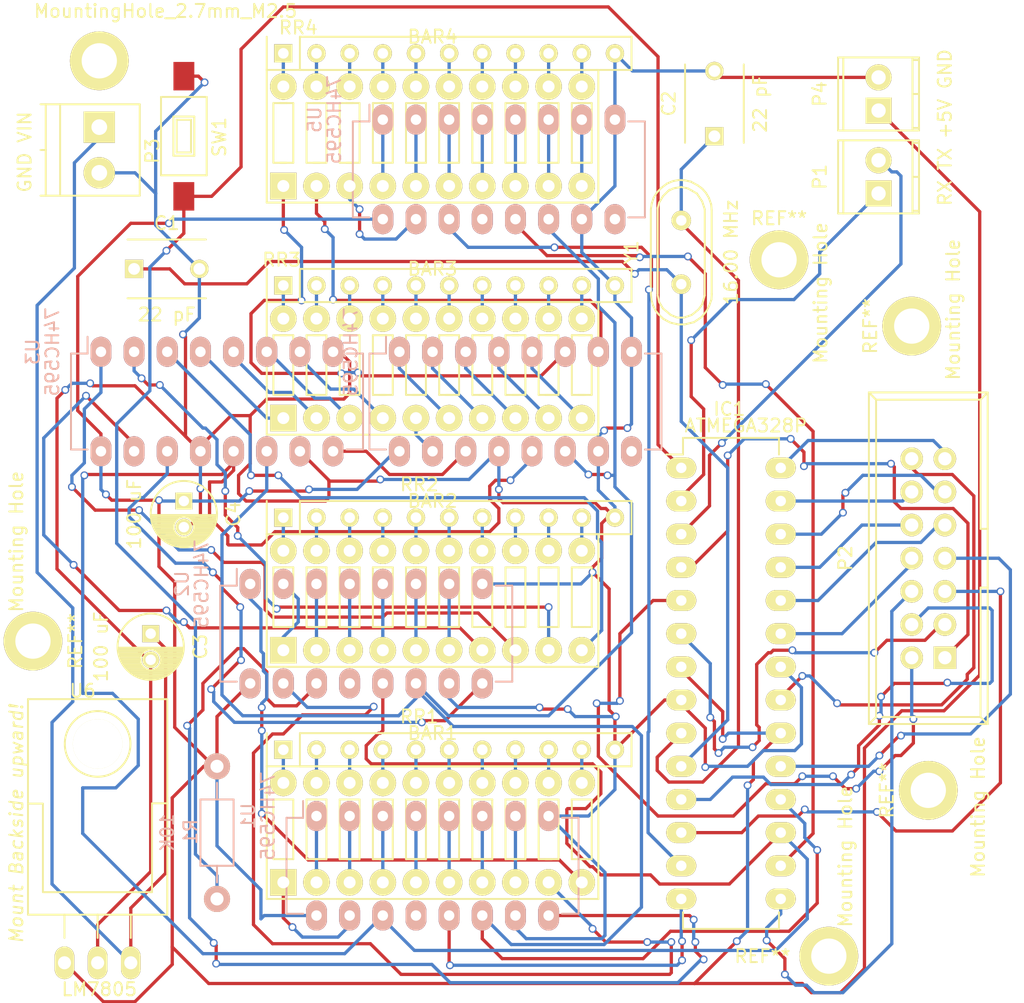
<source format=kicad_pcb>
(kicad_pcb (version 4) (host pcbnew 4.0.2-stable)
  (layers (0 F.Cu signal) (31 B.Cu signal) (34 B.Paste user) (35 F.Paste user) (36 B.SilkS user) (37 F.SilkS user) (38 B.Mask user) (39 F.Mask user) (44 Edge.Cuts user))
  (net 0 "")
  (net 1 "Net-(BAR1-Pad1)")
  (net 2 "Net-(BAR1-Pad2)")
  (net 3 "Net-(BAR1-Pad3)")
  (net 4 "Net-(BAR1-Pad4)")
  (net 5 "Net-(BAR1-Pad13)")
  (net 6 "Net-(BAR1-Pad14)")
  (net 7 "Net-(BAR1-Pad15)")
  (net 8 "Net-(BAR1-Pad16)")
  (net 9 "Net-(BAR1-Pad5)")
  (net 10 "Net-(BAR1-Pad6)")
  (net 11 "Net-(BAR1-Pad7)")
  (net 12 "Net-(BAR1-Pad8)")
  (net 13 "Net-(BAR1-Pad12)")
  (net 14 "Net-(BAR1-Pad11)")
  (net 15 "Net-(BAR1-Pad10)")
  (net 16 "Net-(BAR1-Pad9)")
  (net 17 "Net-(BAR1-Pad17)")
  (net 18 "Net-(BAR1-Pad18)")
  (net 19 "Net-(BAR1-Pad19)")
  (net 20 "Net-(BAR1-Pad20)")
  (net 21 "Net-(BAR2-Pad1)")
  (net 22 "Net-(BAR2-Pad2)")
  (net 23 "Net-(BAR2-Pad3)")
  (net 24 "Net-(BAR2-Pad4)")
  (net 25 "Net-(BAR2-Pad13)")
  (net 26 "Net-(BAR2-Pad14)")
  (net 27 "Net-(BAR2-Pad15)")
  (net 28 "Net-(BAR2-Pad16)")
  (net 29 "Net-(BAR2-Pad5)")
  (net 30 "Net-(BAR2-Pad6)")
  (net 31 "Net-(BAR2-Pad7)")
  (net 32 "Net-(BAR2-Pad8)")
  (net 33 "Net-(BAR2-Pad12)")
  (net 34 "Net-(BAR2-Pad11)")
  (net 35 "Net-(BAR2-Pad10)")
  (net 36 "Net-(BAR2-Pad9)")
  (net 37 "Net-(BAR2-Pad17)")
  (net 38 "Net-(BAR2-Pad18)")
  (net 39 "Net-(BAR2-Pad19)")
  (net 40 "Net-(BAR2-Pad20)")
  (net 41 "Net-(BAR3-Pad1)")
  (net 42 "Net-(BAR3-Pad2)")
  (net 43 "Net-(BAR3-Pad3)")
  (net 44 "Net-(BAR3-Pad4)")
  (net 45 "Net-(BAR3-Pad13)")
  (net 46 "Net-(BAR3-Pad14)")
  (net 47 "Net-(BAR3-Pad15)")
  (net 48 "Net-(BAR3-Pad16)")
  (net 49 "Net-(BAR3-Pad5)")
  (net 50 "Net-(BAR3-Pad6)")
  (net 51 "Net-(BAR3-Pad7)")
  (net 52 "Net-(BAR3-Pad8)")
  (net 53 "Net-(BAR3-Pad12)")
  (net 54 "Net-(BAR3-Pad11)")
  (net 55 "Net-(BAR3-Pad10)")
  (net 56 "Net-(BAR3-Pad9)")
  (net 57 "Net-(BAR3-Pad17)")
  (net 58 "Net-(BAR3-Pad18)")
  (net 59 "Net-(BAR3-Pad19)")
  (net 60 "Net-(BAR3-Pad20)")
  (net 61 "Net-(BAR4-Pad1)")
  (net 62 "Net-(BAR4-Pad2)")
  (net 63 "Net-(BAR4-Pad3)")
  (net 64 "Net-(BAR4-Pad4)")
  (net 65 "Net-(BAR4-Pad13)")
  (net 66 "Net-(BAR4-Pad14)")
  (net 67 "Net-(BAR4-Pad15)")
  (net 68 "Net-(BAR4-Pad16)")
  (net 69 "Net-(BAR4-Pad5)")
  (net 70 "Net-(BAR4-Pad6)")
  (net 71 "Net-(BAR4-Pad7)")
  (net 72 "Net-(BAR4-Pad8)")
  (net 73 "Net-(BAR4-Pad12)")
  (net 74 "Net-(BAR4-Pad11)")
  (net 75 "Net-(BAR4-Pad10)")
  (net 76 "Net-(BAR4-Pad9)")
  (net 77 "Net-(BAR4-Pad17)")
  (net 78 "Net-(BAR4-Pad18)")
  (net 79 "Net-(BAR4-Pad19)")
  (net 80 "Net-(BAR4-Pad20)")
  (net 81 "Net-(C1-Pad1)")
  (net 82 GND)
  (net 83 "Net-(C2-Pad1)")
  (net 84 +12V)
  (net 85 VCC)
  (net 86 "Net-(IC1-Pad1)")
  (net 87 "Net-(IC1-Pad2)")
  (net 88 "Net-(IC1-Pad3)")
  (net 89 "Net-(IC1-Pad4)")
  (net 90 "Net-(IC1-Pad5)")
  (net 91 "Net-(IC1-Pad6)")
  (net 92 "Net-(IC1-Pad11)")
  (net 93 "Net-(IC1-Pad12)")
  (net 94 "Net-(IC1-Pad13)")
  (net 95 "Net-(IC1-Pad14)")
  (net 96 "Net-(IC1-Pad15)")
  (net 97 "Net-(IC1-Pad16)")
  (net 98 "Net-(IC1-Pad17)")
  (net 99 "Net-(IC1-Pad18)")
  (net 100 "Net-(IC1-Pad19)")
  (net 101 "Net-(IC1-Pad21)")
  (net 102 "Net-(IC1-Pad23)")
  (net 103 "Net-(IC1-Pad24)")
  (net 104 "Net-(IC1-Pad25)")
  (net 105 "Net-(IC1-Pad26)")
  (net 106 "Net-(IC1-Pad27)")
  (net 107 "Net-(IC1-Pad28)")
  (net 108 "Net-(U1-Pad9)")
  (net 109 "Net-(U2-Pad9)")
  (net 110 "Net-(U3-Pad9)")
  (net 111 "Net-(U4-Pad9)")
  (net 112 "Net-(U5-Pad9)")
  (module Mounting_Holes:MountingHole_2.7mm_M2.5_ISO7380_Pad (layer F.Cu) (at 164.338 127.5715 90)
    (fp_text reference REF** (at 0 -3.175 90) (layer F.SilkS))
    (fp_text value "Mounting Hole" (at -1.27 3.81 90) (layer F.SilkS))
    (pad 1 thru_hole circle (at 0 0 90) (size 4.5 4.5) (drill 2.7) (layers *.Cu *.Mask F.SilkS))
  )
  (module Mounting_Holes:MountingHole_2.7mm_M2.5_ISO7380_Pad (layer F.Cu) (at 163.068 92.0115 90)
    (fp_text reference REF** (at 0 -3.175 90) (layer F.SilkS))
    (fp_text value "Mounting Hole" (at 1.27 3.175 90) (layer F.SilkS))
    (pad 1 thru_hole circle (at 0 0 90) (size 4.5 4.5) (drill 2.7) (layers *.Cu *.Mask F.SilkS))
  )
  (module Mounting_Holes:MountingHole_2.7mm_M2.5_ISO7380_Pad (layer F.Cu) (at 156.718 140.2715 270)
    (fp_text reference REF** (at 0 5.08 360) (layer F.SilkS))
    (fp_text value "Mounting Hole" (at -7.62 -1.27 270) (layer F.SilkS))
    (pad 1 thru_hole circle (at 0 0 270) (size 4.5 4.5) (drill 2.7) (layers *.Cu *.Mask F.SilkS))
  )
  (module Display:HDSP-48xx (layer F.Cu) (at 126.365 130.81)
    (fp_text reference BAR1 (at 0 -7.62) (layer F.SilkS))
    (fp_text value DOT-BAR2)
    (pad 1 thru_hole rect (at -11.43 3.81) (size 2.032 2.032) (drill 0.9144) (layers *.Cu *.Mask F.SilkS) (net 1 "Net-(BAR1-Pad1)"))
    (pad 2 thru_hole circle (at -8.89 3.81) (size 2.032 2.032) (drill 0.9144) (layers *.Cu *.Mask F.SilkS) (net 2 "Net-(BAR1-Pad2)"))
    (pad 3 thru_hole circle (at -6.35 3.81) (size 2.032 2.032) (drill 0.9144) (layers *.Cu *.Mask F.SilkS) (net 3 "Net-(BAR1-Pad3)"))
    (pad 4 thru_hole circle (at -3.81 3.81) (size 2.032 2.032) (drill 0.9144) (layers *.Cu *.Mask F.SilkS) (net 4 "Net-(BAR1-Pad4)"))
    (pad 13 thru_hole circle (at 6.35 -3.81) (size 2.032 2.032) (drill 0.9144) (layers *.Cu *.Mask F.SilkS) (net 5 "Net-(BAR1-Pad13)"))
    (pad 14 thru_hole circle (at 3.81 -3.81) (size 2.032 2.032) (drill 0.9144) (layers *.Cu *.Mask F.SilkS) (net 6 "Net-(BAR1-Pad14)"))
    (pad 15 thru_hole circle (at 1.27 -3.81) (size 2.032 2.032) (drill 0.9144) (layers *.Cu *.Mask F.SilkS) (net 7 "Net-(BAR1-Pad15)"))
    (pad 16 thru_hole circle (at -1.27 -3.81) (size 2.032 2.032) (drill 0.9144) (layers *.Cu *.Mask F.SilkS) (net 8 "Net-(BAR1-Pad16)"))
    (pad 5 thru_hole circle (at -1.27 3.81) (size 2.032 2.032) (drill 0.9144) (layers *.Cu *.Mask F.SilkS) (net 9 "Net-(BAR1-Pad5)"))
    (pad 6 thru_hole circle (at 1.27 3.81) (size 2.032 2.032) (drill 0.9144) (layers *.Cu *.Mask F.SilkS) (net 10 "Net-(BAR1-Pad6)"))
    (pad 7 thru_hole circle (at 3.81 3.81) (size 2.032 2.032) (drill 0.9144) (layers *.Cu *.Mask F.SilkS) (net 11 "Net-(BAR1-Pad7)"))
    (pad 8 thru_hole circle (at 6.35 3.81) (size 2.032 2.032) (drill 0.9144) (layers *.Cu *.Mask F.SilkS) (net 12 "Net-(BAR1-Pad8)"))
    (pad 12 thru_hole circle (at 8.89 -3.81) (size 2.032 2.032) (drill 0.9144) (layers *.Cu *.Mask F.SilkS) (net 13 "Net-(BAR1-Pad12)"))
    (pad 11 thru_hole circle (at 11.43 -3.81) (size 2.032 2.032) (drill 0.9144) (layers *.Cu *.Mask F.SilkS) (net 14 "Net-(BAR1-Pad11)"))
    (pad 10 thru_hole circle (at 11.43 3.81) (size 2.032 2.032) (drill 0.9144) (layers *.Cu *.Mask F.SilkS) (net 15 "Net-(BAR1-Pad10)"))
    (pad 9 thru_hole circle (at 8.89 3.81) (size 2.032 2.032) (drill 0.9144) (layers *.Cu *.Mask F.SilkS) (net 16 "Net-(BAR1-Pad9)"))
    (pad 17 thru_hole circle (at -3.81 -3.81) (size 2.032 2.032) (drill 0.9144) (layers *.Cu *.Mask F.SilkS) (net 17 "Net-(BAR1-Pad17)"))
    (pad 18 thru_hole circle (at -6.35 -3.81) (size 2.032 2.032) (drill 0.9144) (layers *.Cu *.Mask F.SilkS) (net 18 "Net-(BAR1-Pad18)"))
    (pad 19 thru_hole circle (at -8.89 -3.81) (size 2.032 2.032) (drill 0.9144) (layers *.Cu *.Mask F.SilkS) (net 19 "Net-(BAR1-Pad19)"))
    (pad 20 thru_hole circle (at -11.43 -3.81) (size 2.032 2.032) (drill 0.9144) (layers *.Cu *.Mask F.SilkS) (net 20 "Net-(BAR1-Pad20)"))
  )
  (module Display:HDSP-48xx (layer F.Cu) (at 126.365 113.03)
    (fp_text reference BAR2 (at 0 -7.62) (layer F.SilkS))
    (fp_text value DOT-BAR2)
    (pad 1 thru_hole rect (at -11.43 3.81) (size 2.032 2.032) (drill 0.9144) (layers *.Cu *.Mask F.SilkS) (net 21 "Net-(BAR2-Pad1)"))
    (pad 2 thru_hole circle (at -8.89 3.81) (size 2.032 2.032) (drill 0.9144) (layers *.Cu *.Mask F.SilkS) (net 22 "Net-(BAR2-Pad2)"))
    (pad 3 thru_hole circle (at -6.35 3.81) (size 2.032 2.032) (drill 0.9144) (layers *.Cu *.Mask F.SilkS) (net 23 "Net-(BAR2-Pad3)"))
    (pad 4 thru_hole circle (at -3.81 3.81) (size 2.032 2.032) (drill 0.9144) (layers *.Cu *.Mask F.SilkS) (net 24 "Net-(BAR2-Pad4)"))
    (pad 13 thru_hole circle (at 6.35 -3.81) (size 2.032 2.032) (drill 0.9144) (layers *.Cu *.Mask F.SilkS) (net 25 "Net-(BAR2-Pad13)"))
    (pad 14 thru_hole circle (at 3.81 -3.81) (size 2.032 2.032) (drill 0.9144) (layers *.Cu *.Mask F.SilkS) (net 26 "Net-(BAR2-Pad14)"))
    (pad 15 thru_hole circle (at 1.27 -3.81) (size 2.032 2.032) (drill 0.9144) (layers *.Cu *.Mask F.SilkS) (net 27 "Net-(BAR2-Pad15)"))
    (pad 16 thru_hole circle (at -1.27 -3.81) (size 2.032 2.032) (drill 0.9144) (layers *.Cu *.Mask F.SilkS) (net 28 "Net-(BAR2-Pad16)"))
    (pad 5 thru_hole circle (at -1.27 3.81) (size 2.032 2.032) (drill 0.9144) (layers *.Cu *.Mask F.SilkS) (net 29 "Net-(BAR2-Pad5)"))
    (pad 6 thru_hole circle (at 1.27 3.81) (size 2.032 2.032) (drill 0.9144) (layers *.Cu *.Mask F.SilkS) (net 30 "Net-(BAR2-Pad6)"))
    (pad 7 thru_hole circle (at 3.81 3.81) (size 2.032 2.032) (drill 0.9144) (layers *.Cu *.Mask F.SilkS) (net 31 "Net-(BAR2-Pad7)"))
    (pad 8 thru_hole circle (at 6.35 3.81) (size 2.032 2.032) (drill 0.9144) (layers *.Cu *.Mask F.SilkS) (net 32 "Net-(BAR2-Pad8)"))
    (pad 12 thru_hole circle (at 8.89 -3.81) (size 2.032 2.032) (drill 0.9144) (layers *.Cu *.Mask F.SilkS) (net 33 "Net-(BAR2-Pad12)"))
    (pad 11 thru_hole circle (at 11.43 -3.81) (size 2.032 2.032) (drill 0.9144) (layers *.Cu *.Mask F.SilkS) (net 34 "Net-(BAR2-Pad11)"))
    (pad 10 thru_hole circle (at 11.43 3.81) (size 2.032 2.032) (drill 0.9144) (layers *.Cu *.Mask F.SilkS) (net 35 "Net-(BAR2-Pad10)"))
    (pad 9 thru_hole circle (at 8.89 3.81) (size 2.032 2.032) (drill 0.9144) (layers *.Cu *.Mask F.SilkS) (net 36 "Net-(BAR2-Pad9)"))
    (pad 17 thru_hole circle (at -3.81 -3.81) (size 2.032 2.032) (drill 0.9144) (layers *.Cu *.Mask F.SilkS) (net 37 "Net-(BAR2-Pad17)"))
    (pad 18 thru_hole circle (at -6.35 -3.81) (size 2.032 2.032) (drill 0.9144) (layers *.Cu *.Mask F.SilkS) (net 38 "Net-(BAR2-Pad18)"))
    (pad 19 thru_hole circle (at -8.89 -3.81) (size 2.032 2.032) (drill 0.9144) (layers *.Cu *.Mask F.SilkS) (net 39 "Net-(BAR2-Pad19)"))
    (pad 20 thru_hole circle (at -11.43 -3.81) (size 2.032 2.032) (drill 0.9144) (layers *.Cu *.Mask F.SilkS) (net 40 "Net-(BAR2-Pad20)"))
  )
  (module Display:HDSP-48xx (layer F.Cu) (at 126.365 95.25)
    (fp_text reference BAR3 (at 0 -7.62) (layer F.SilkS))
    (fp_text value DOT-BAR2)
    (pad 1 thru_hole rect (at -11.43 3.81) (size 2.032 2.032) (drill 0.9144) (layers *.Cu *.Mask F.SilkS) (net 41 "Net-(BAR3-Pad1)"))
    (pad 2 thru_hole circle (at -8.89 3.81) (size 2.032 2.032) (drill 0.9144) (layers *.Cu *.Mask F.SilkS) (net 42 "Net-(BAR3-Pad2)"))
    (pad 3 thru_hole circle (at -6.35 3.81) (size 2.032 2.032) (drill 0.9144) (layers *.Cu *.Mask F.SilkS) (net 43 "Net-(BAR3-Pad3)"))
    (pad 4 thru_hole circle (at -3.81 3.81) (size 2.032 2.032) (drill 0.9144) (layers *.Cu *.Mask F.SilkS) (net 44 "Net-(BAR3-Pad4)"))
    (pad 13 thru_hole circle (at 6.35 -3.81) (size 2.032 2.032) (drill 0.9144) (layers *.Cu *.Mask F.SilkS) (net 45 "Net-(BAR3-Pad13)"))
    (pad 14 thru_hole circle (at 3.81 -3.81) (size 2.032 2.032) (drill 0.9144) (layers *.Cu *.Mask F.SilkS) (net 46 "Net-(BAR3-Pad14)"))
    (pad 15 thru_hole circle (at 1.27 -3.81) (size 2.032 2.032) (drill 0.9144) (layers *.Cu *.Mask F.SilkS) (net 47 "Net-(BAR3-Pad15)"))
    (pad 16 thru_hole circle (at -1.27 -3.81) (size 2.032 2.032) (drill 0.9144) (layers *.Cu *.Mask F.SilkS) (net 48 "Net-(BAR3-Pad16)"))
    (pad 5 thru_hole circle (at -1.27 3.81) (size 2.032 2.032) (drill 0.9144) (layers *.Cu *.Mask F.SilkS) (net 49 "Net-(BAR3-Pad5)"))
    (pad 6 thru_hole circle (at 1.27 3.81) (size 2.032 2.032) (drill 0.9144) (layers *.Cu *.Mask F.SilkS) (net 50 "Net-(BAR3-Pad6)"))
    (pad 7 thru_hole circle (at 3.81 3.81) (size 2.032 2.032) (drill 0.9144) (layers *.Cu *.Mask F.SilkS) (net 51 "Net-(BAR3-Pad7)"))
    (pad 8 thru_hole circle (at 6.35 3.81) (size 2.032 2.032) (drill 0.9144) (layers *.Cu *.Mask F.SilkS) (net 52 "Net-(BAR3-Pad8)"))
    (pad 12 thru_hole circle (at 8.89 -3.81) (size 2.032 2.032) (drill 0.9144) (layers *.Cu *.Mask F.SilkS) (net 53 "Net-(BAR3-Pad12)"))
    (pad 11 thru_hole circle (at 11.43 -3.81) (size 2.032 2.032) (drill 0.9144) (layers *.Cu *.Mask F.SilkS) (net 54 "Net-(BAR3-Pad11)"))
    (pad 10 thru_hole circle (at 11.43 3.81) (size 2.032 2.032) (drill 0.9144) (layers *.Cu *.Mask F.SilkS) (net 55 "Net-(BAR3-Pad10)"))
    (pad 9 thru_hole circle (at 8.89 3.81) (size 2.032 2.032) (drill 0.9144) (layers *.Cu *.Mask F.SilkS) (net 56 "Net-(BAR3-Pad9)"))
    (pad 17 thru_hole circle (at -3.81 -3.81) (size 2.032 2.032) (drill 0.9144) (layers *.Cu *.Mask F.SilkS) (net 57 "Net-(BAR3-Pad17)"))
    (pad 18 thru_hole circle (at -6.35 -3.81) (size 2.032 2.032) (drill 0.9144) (layers *.Cu *.Mask F.SilkS) (net 58 "Net-(BAR3-Pad18)"))
    (pad 19 thru_hole circle (at -8.89 -3.81) (size 2.032 2.032) (drill 0.9144) (layers *.Cu *.Mask F.SilkS) (net 59 "Net-(BAR3-Pad19)"))
    (pad 20 thru_hole circle (at -11.43 -3.81) (size 2.032 2.032) (drill 0.9144) (layers *.Cu *.Mask F.SilkS) (net 60 "Net-(BAR3-Pad20)"))
  )
  (module Display:HDSP-48xx (layer F.Cu) (at 126.365 77.47)
    (fp_text reference BAR4 (at 0 -7.62) (layer F.SilkS))
    (fp_text value DOT-BAR2)
    (pad 1 thru_hole rect (at -11.43 3.81) (size 2.032 2.032) (drill 0.9144) (layers *.Cu *.Mask F.SilkS) (net 61 "Net-(BAR4-Pad1)"))
    (pad 2 thru_hole circle (at -8.89 3.81) (size 2.032 2.032) (drill 0.9144) (layers *.Cu *.Mask F.SilkS) (net 62 "Net-(BAR4-Pad2)"))
    (pad 3 thru_hole circle (at -6.35 3.81) (size 2.032 2.032) (drill 0.9144) (layers *.Cu *.Mask F.SilkS) (net 63 "Net-(BAR4-Pad3)"))
    (pad 4 thru_hole circle (at -3.81 3.81) (size 2.032 2.032) (drill 0.9144) (layers *.Cu *.Mask F.SilkS) (net 64 "Net-(BAR4-Pad4)"))
    (pad 13 thru_hole circle (at 6.35 -3.81) (size 2.032 2.032) (drill 0.9144) (layers *.Cu *.Mask F.SilkS) (net 65 "Net-(BAR4-Pad13)"))
    (pad 14 thru_hole circle (at 3.81 -3.81) (size 2.032 2.032) (drill 0.9144) (layers *.Cu *.Mask F.SilkS) (net 66 "Net-(BAR4-Pad14)"))
    (pad 15 thru_hole circle (at 1.27 -3.81) (size 2.032 2.032) (drill 0.9144) (layers *.Cu *.Mask F.SilkS) (net 67 "Net-(BAR4-Pad15)"))
    (pad 16 thru_hole circle (at -1.27 -3.81) (size 2.032 2.032) (drill 0.9144) (layers *.Cu *.Mask F.SilkS) (net 68 "Net-(BAR4-Pad16)"))
    (pad 5 thru_hole circle (at -1.27 3.81) (size 2.032 2.032) (drill 0.9144) (layers *.Cu *.Mask F.SilkS) (net 69 "Net-(BAR4-Pad5)"))
    (pad 6 thru_hole circle (at 1.27 3.81) (size 2.032 2.032) (drill 0.9144) (layers *.Cu *.Mask F.SilkS) (net 70 "Net-(BAR4-Pad6)"))
    (pad 7 thru_hole circle (at 3.81 3.81) (size 2.032 2.032) (drill 0.9144) (layers *.Cu *.Mask F.SilkS) (net 71 "Net-(BAR4-Pad7)"))
    (pad 8 thru_hole circle (at 6.35 3.81) (size 2.032 2.032) (drill 0.9144) (layers *.Cu *.Mask F.SilkS) (net 72 "Net-(BAR4-Pad8)"))
    (pad 12 thru_hole circle (at 8.89 -3.81) (size 2.032 2.032) (drill 0.9144) (layers *.Cu *.Mask F.SilkS) (net 73 "Net-(BAR4-Pad12)"))
    (pad 11 thru_hole circle (at 11.43 -3.81) (size 2.032 2.032) (drill 0.9144) (layers *.Cu *.Mask F.SilkS) (net 74 "Net-(BAR4-Pad11)"))
    (pad 10 thru_hole circle (at 11.43 3.81) (size 2.032 2.032) (drill 0.9144) (layers *.Cu *.Mask F.SilkS) (net 75 "Net-(BAR4-Pad10)"))
    (pad 9 thru_hole circle (at 8.89 3.81) (size 2.032 2.032) (drill 0.9144) (layers *.Cu *.Mask F.SilkS) (net 76 "Net-(BAR4-Pad9)"))
    (pad 17 thru_hole circle (at -3.81 -3.81) (size 2.032 2.032) (drill 0.9144) (layers *.Cu *.Mask F.SilkS) (net 77 "Net-(BAR4-Pad17)"))
    (pad 18 thru_hole circle (at -6.35 -3.81) (size 2.032 2.032) (drill 0.9144) (layers *.Cu *.Mask F.SilkS) (net 78 "Net-(BAR4-Pad18)"))
    (pad 19 thru_hole circle (at -8.89 -3.81) (size 2.032 2.032) (drill 0.9144) (layers *.Cu *.Mask F.SilkS) (net 79 "Net-(BAR4-Pad19)"))
    (pad 20 thru_hole circle (at -11.43 -3.81) (size 2.032 2.032) (drill 0.9144) (layers *.Cu *.Mask F.SilkS) (net 80 "Net-(BAR4-Pad20)"))
  )
  (module Capacitors_ThroughHole:C_Disc_D6_P5 (layer F.Cu) (at 103.505 87.63)
    (fp_text reference C1 (at 2.5 -3.5) (layer F.SilkS))
    (fp_text value "22 pF" (at 2.5 3.5) (layer F.SilkS))
    (pad 1 thru_hole rect (at 0 0) (size 1.4 1.4) (drill 0.9) (layers *.Cu *.Mask F.SilkS) (net 81 "Net-(C1-Pad1)"))
    (pad 2 thru_hole circle (at 5 0) (size 1.4 1.4) (drill 0.9) (layers *.Cu *.Mask F.SilkS) (net 82 GND))
  )
  (module Capacitors_ThroughHole:C_Disc_D6_P5 (layer F.Cu) (at 147.955 77.47 90)
    (fp_text reference C2 (at 2.5 -3.5 90) (layer F.SilkS))
    (fp_text value "22 pF" (at 2.5 3.5 90) (layer F.SilkS))
    (pad 1 thru_hole rect (at 0 0 90) (size 1.4 1.4) (drill 0.9) (layers *.Cu *.Mask F.SilkS) (net 83 "Net-(C2-Pad1)"))
    (pad 2 thru_hole circle (at 5 0 90) (size 1.4 1.4) (drill 0.9) (layers *.Cu *.Mask F.SilkS) (net 82 GND))
  )
  (module Capacitors_ThroughHole:C_Radial_D5_L11_P2 (layer F.Cu) (at 104.775 115.57 270)
    (fp_text reference C3 (at 1 -3.8 270) (layer F.SilkS))
    (fp_text value "100 uF" (at 1 3.8 270) (layer F.SilkS))
    (pad 1 thru_hole rect (at 0 0 270) (size 1.3 1.3) (drill 0.8) (layers *.Cu *.Mask F.SilkS) (net 84 +12V))
    (pad 2 thru_hole circle (at 2 0 270) (size 1.3 1.3) (drill 0.8) (layers *.Cu *.Mask F.SilkS) (net 82 GND))
  )
  (module Capacitors_ThroughHole:C_Radial_D5_L11_P2 (layer F.Cu) (at 107.315 105.41 270)
    (fp_text reference C4 (at 1 -3.8 270) (layer F.SilkS))
    (fp_text value "100 uF" (at 1 3.8 270) (layer F.SilkS))
    (pad 1 thru_hole rect (at 0 0 270) (size 1.3 1.3) (drill 0.8) (layers *.Cu *.Mask F.SilkS) (net 85 VCC))
    (pad 2 thru_hole circle (at 2 0 270) (size 1.3 1.3) (drill 0.8) (layers *.Cu *.Mask F.SilkS) (net 82 GND))
  )
  (module Housings_DIP:DIP-28_W7.62mm_LongPads (layer F.Cu) (at 145.415 102.87)
    (fp_text reference IC1 (at 3.683 -4.5085) (layer F.SilkS))
    (fp_text value ATMEGA328P (at 4.953 -3.2385) (layer F.SilkS))
    (pad 1 thru_hole oval (at 0 0) (size 2.3 1.6) (drill 0.8) (layers *.Cu *.Mask F.SilkS) (net 86 "Net-(IC1-Pad1)"))
    (pad 2 thru_hole oval (at 0 2.54) (size 2.3 1.6) (drill 0.8) (layers *.Cu *.Mask F.SilkS) (net 87 "Net-(IC1-Pad2)"))
    (pad 3 thru_hole oval (at 0 5.08) (size 2.3 1.6) (drill 0.8) (layers *.Cu *.Mask F.SilkS) (net 88 "Net-(IC1-Pad3)"))
    (pad 4 thru_hole oval (at 0 7.62) (size 2.3 1.6) (drill 0.8) (layers *.Cu *.Mask F.SilkS) (net 89 "Net-(IC1-Pad4)"))
    (pad 5 thru_hole oval (at 0 10.16) (size 2.3 1.6) (drill 0.8) (layers *.Cu *.Mask F.SilkS) (net 90 "Net-(IC1-Pad5)"))
    (pad 6 thru_hole oval (at 0 12.7) (size 2.3 1.6) (drill 0.8) (layers *.Cu *.Mask F.SilkS) (net 91 "Net-(IC1-Pad6)"))
    (pad 7 thru_hole oval (at 0 15.24) (size 2.3 1.6) (drill 0.8) (layers *.Cu *.Mask F.SilkS) (net 85 VCC))
    (pad 8 thru_hole oval (at 0 17.78) (size 2.3 1.6) (drill 0.8) (layers *.Cu *.Mask F.SilkS) (net 82 GND))
    (pad 9 thru_hole oval (at 0 20.32) (size 2.3 1.6) (drill 0.8) (layers *.Cu *.Mask F.SilkS) (net 83 "Net-(C2-Pad1)"))
    (pad 10 thru_hole oval (at 0 22.86) (size 2.3 1.6) (drill 0.8) (layers *.Cu *.Mask F.SilkS) (net 81 "Net-(C1-Pad1)"))
    (pad 11 thru_hole oval (at 0 25.4) (size 2.3 1.6) (drill 0.8) (layers *.Cu *.Mask F.SilkS) (net 92 "Net-(IC1-Pad11)"))
    (pad 12 thru_hole oval (at 0 27.94) (size 2.3 1.6) (drill 0.8) (layers *.Cu *.Mask F.SilkS) (net 93 "Net-(IC1-Pad12)"))
    (pad 13 thru_hole oval (at 0 30.48) (size 2.3 1.6) (drill 0.8) (layers *.Cu *.Mask F.SilkS) (net 94 "Net-(IC1-Pad13)"))
    (pad 14 thru_hole oval (at 0 33.02) (size 2.3 1.6) (drill 0.8) (layers *.Cu *.Mask F.SilkS) (net 95 "Net-(IC1-Pad14)"))
    (pad 15 thru_hole oval (at 7.62 33.02) (size 2.3 1.6) (drill 0.8) (layers *.Cu *.Mask F.SilkS) (net 96 "Net-(IC1-Pad15)"))
    (pad 16 thru_hole oval (at 7.62 30.48) (size 2.3 1.6) (drill 0.8) (layers *.Cu *.Mask F.SilkS) (net 97 "Net-(IC1-Pad16)"))
    (pad 17 thru_hole oval (at 7.62 27.94) (size 2.3 1.6) (drill 0.8) (layers *.Cu *.Mask F.SilkS) (net 98 "Net-(IC1-Pad17)"))
    (pad 18 thru_hole oval (at 7.62 25.4) (size 2.3 1.6) (drill 0.8) (layers *.Cu *.Mask F.SilkS) (net 99 "Net-(IC1-Pad18)"))
    (pad 19 thru_hole oval (at 7.62 22.86) (size 2.3 1.6) (drill 0.8) (layers *.Cu *.Mask F.SilkS) (net 100 "Net-(IC1-Pad19)"))
    (pad 20 thru_hole oval (at 7.62 20.32) (size 2.3 1.6) (drill 0.8) (layers *.Cu *.Mask F.SilkS) (net 85 VCC))
    (pad 21 thru_hole oval (at 7.62 17.78) (size 2.3 1.6) (drill 0.8) (layers *.Cu *.Mask F.SilkS) (net 101 "Net-(IC1-Pad21)"))
    (pad 22 thru_hole oval (at 7.62 15.24) (size 2.3 1.6) (drill 0.8) (layers *.Cu *.Mask F.SilkS) (net 82 GND))
    (pad 23 thru_hole oval (at 7.62 12.7) (size 2.3 1.6) (drill 0.8) (layers *.Cu *.Mask F.SilkS) (net 102 "Net-(IC1-Pad23)"))
    (pad 24 thru_hole oval (at 7.62 10.16) (size 2.3 1.6) (drill 0.8) (layers *.Cu *.Mask F.SilkS) (net 103 "Net-(IC1-Pad24)"))
    (pad 25 thru_hole oval (at 7.62 7.62) (size 2.3 1.6) (drill 0.8) (layers *.Cu *.Mask F.SilkS) (net 104 "Net-(IC1-Pad25)"))
    (pad 26 thru_hole oval (at 7.62 5.08) (size 2.3 1.6) (drill 0.8) (layers *.Cu *.Mask F.SilkS) (net 105 "Net-(IC1-Pad26)"))
    (pad 27 thru_hole oval (at 7.62 2.54) (size 2.3 1.6) (drill 0.8) (layers *.Cu *.Mask F.SilkS) (net 106 "Net-(IC1-Pad27)"))
    (pad 28 thru_hole oval (at 7.62 0) (size 2.3 1.6) (drill 0.8) (layers *.Cu *.Mask F.SilkS) (net 107 "Net-(IC1-Pad28)"))
  )
  (module Resistors_ThroughHole:Resistor_Horizontal_RM10mm (layer B.Cu) (at 109.855 135.89 90)
    (fp_text reference R1 (at 5.1435 -2.032 90) (layer B.SilkS) (effects (justify mirror)))
    (fp_text value 10K (at 5.08 -3.81 90) (layer B.SilkS) (effects (justify mirror)))
    (pad 1 thru_hole circle (at 0 0 90) (size 1.99898 1.99898) (drill 1.00076) (layers *.Cu *.SilkS *.Mask) (net 86 "Net-(IC1-Pad1)"))
    (pad 2 thru_hole circle (at 10.16 0 90) (size 1.99898 1.99898) (drill 1.00076) (layers *.Cu *.SilkS *.Mask) (net 85 VCC))
  )
  (module "Resistor array:Resistor_Array_SIP10" (layer F.Cu) (at 126.365 124.46)
    (fp_text reference RR1 (at -1.016 -2.54) (layer F.SilkS))
    (fp_text value RR8)
    (pad 11 thru_hole circle (at 13.97 0) (size 1.397 1.397) (drill 0.8128) (layers *.Cu *.Mask F.SilkS) (net 82 GND))
    (pad 1 thru_hole rect (at -11.43 0) (size 1.397 1.397) (drill 0.8128) (layers *.Cu *.Mask F.SilkS) (net 20 "Net-(BAR1-Pad20)"))
    (pad 2 thru_hole circle (at -8.89 0) (size 1.397 1.397) (drill 0.8128) (layers *.Cu *.Mask F.SilkS) (net 19 "Net-(BAR1-Pad19)"))
    (pad 3 thru_hole circle (at -6.35 0) (size 1.397 1.397) (drill 0.8128) (layers *.Cu *.Mask F.SilkS) (net 18 "Net-(BAR1-Pad18)"))
    (pad 4 thru_hole circle (at -3.81 0) (size 1.397 1.397) (drill 0.8128) (layers *.Cu *.Mask F.SilkS) (net 17 "Net-(BAR1-Pad17)"))
    (pad 5 thru_hole circle (at -1.27 0) (size 1.397 1.397) (drill 0.8128) (layers *.Cu *.Mask F.SilkS) (net 8 "Net-(BAR1-Pad16)"))
    (pad 6 thru_hole circle (at 1.27 0) (size 1.397 1.397) (drill 0.8128) (layers *.Cu *.Mask F.SilkS) (net 7 "Net-(BAR1-Pad15)"))
    (pad 7 thru_hole circle (at 3.81 0) (size 1.397 1.397) (drill 0.8128) (layers *.Cu *.Mask F.SilkS) (net 6 "Net-(BAR1-Pad14)"))
    (pad 8 thru_hole circle (at 6.35 0) (size 1.397 1.397) (drill 0.8128) (layers *.Cu *.Mask F.SilkS) (net 5 "Net-(BAR1-Pad13)"))
    (pad 9 thru_hole circle (at 8.89 0) (size 1.397 1.397) (drill 0.8128) (layers *.Cu *.Mask F.SilkS) (net 13 "Net-(BAR1-Pad12)"))
    (pad 10 thru_hole circle (at 11.43 0) (size 1.397 1.397) (drill 0.8128) (layers *.Cu *.Mask F.SilkS) (net 14 "Net-(BAR1-Pad11)"))
  )
  (module "Resistor array:Resistor_Array_SIP10" (layer F.Cu) (at 126.365 106.68)
    (fp_text reference RR2 (at -1.016 -2.54) (layer F.SilkS))
    (fp_text value RR8)
    (pad 11 thru_hole circle (at 13.97 0) (size 1.397 1.397) (drill 0.8128) (layers *.Cu *.Mask F.SilkS) (net 82 GND))
    (pad 1 thru_hole rect (at -11.43 0) (size 1.397 1.397) (drill 0.8128) (layers *.Cu *.Mask F.SilkS) (net 40 "Net-(BAR2-Pad20)"))
    (pad 2 thru_hole circle (at -8.89 0) (size 1.397 1.397) (drill 0.8128) (layers *.Cu *.Mask F.SilkS) (net 39 "Net-(BAR2-Pad19)"))
    (pad 3 thru_hole circle (at -6.35 0) (size 1.397 1.397) (drill 0.8128) (layers *.Cu *.Mask F.SilkS) (net 38 "Net-(BAR2-Pad18)"))
    (pad 4 thru_hole circle (at -3.81 0) (size 1.397 1.397) (drill 0.8128) (layers *.Cu *.Mask F.SilkS) (net 37 "Net-(BAR2-Pad17)"))
    (pad 5 thru_hole circle (at -1.27 0) (size 1.397 1.397) (drill 0.8128) (layers *.Cu *.Mask F.SilkS) (net 28 "Net-(BAR2-Pad16)"))
    (pad 6 thru_hole circle (at 1.27 0) (size 1.397 1.397) (drill 0.8128) (layers *.Cu *.Mask F.SilkS) (net 27 "Net-(BAR2-Pad15)"))
    (pad 7 thru_hole circle (at 3.81 0) (size 1.397 1.397) (drill 0.8128) (layers *.Cu *.Mask F.SilkS) (net 26 "Net-(BAR2-Pad14)"))
    (pad 8 thru_hole circle (at 6.35 0) (size 1.397 1.397) (drill 0.8128) (layers *.Cu *.Mask F.SilkS) (net 25 "Net-(BAR2-Pad13)"))
    (pad 9 thru_hole circle (at 8.89 0) (size 1.397 1.397) (drill 0.8128) (layers *.Cu *.Mask F.SilkS) (net 33 "Net-(BAR2-Pad12)"))
    (pad 10 thru_hole circle (at 11.43 0) (size 1.397 1.397) (drill 0.8128) (layers *.Cu *.Mask F.SilkS) (net 34 "Net-(BAR2-Pad11)"))
  )
  (module "Resistor array:Resistor_Array_SIP10" (layer F.Cu) (at 126.365 88.9)
    (fp_text reference RR3 (at -11.557 -1.9685) (layer F.SilkS))
    (fp_text value RR8)
    (pad 11 thru_hole circle (at 13.97 0) (size 1.397 1.397) (drill 0.8128) (layers *.Cu *.Mask F.SilkS) (net 82 GND))
    (pad 1 thru_hole rect (at -11.43 0) (size 1.397 1.397) (drill 0.8128) (layers *.Cu *.Mask F.SilkS) (net 60 "Net-(BAR3-Pad20)"))
    (pad 2 thru_hole circle (at -8.89 0) (size 1.397 1.397) (drill 0.8128) (layers *.Cu *.Mask F.SilkS) (net 59 "Net-(BAR3-Pad19)"))
    (pad 3 thru_hole circle (at -6.35 0) (size 1.397 1.397) (drill 0.8128) (layers *.Cu *.Mask F.SilkS) (net 58 "Net-(BAR3-Pad18)"))
    (pad 4 thru_hole circle (at -3.81 0) (size 1.397 1.397) (drill 0.8128) (layers *.Cu *.Mask F.SilkS) (net 57 "Net-(BAR3-Pad17)"))
    (pad 5 thru_hole circle (at -1.27 0) (size 1.397 1.397) (drill 0.8128) (layers *.Cu *.Mask F.SilkS) (net 48 "Net-(BAR3-Pad16)"))
    (pad 6 thru_hole circle (at 1.27 0) (size 1.397 1.397) (drill 0.8128) (layers *.Cu *.Mask F.SilkS) (net 47 "Net-(BAR3-Pad15)"))
    (pad 7 thru_hole circle (at 3.81 0) (size 1.397 1.397) (drill 0.8128) (layers *.Cu *.Mask F.SilkS) (net 46 "Net-(BAR3-Pad14)"))
    (pad 8 thru_hole circle (at 6.35 0) (size 1.397 1.397) (drill 0.8128) (layers *.Cu *.Mask F.SilkS) (net 45 "Net-(BAR3-Pad13)"))
    (pad 9 thru_hole circle (at 8.89 0) (size 1.397 1.397) (drill 0.8128) (layers *.Cu *.Mask F.SilkS) (net 53 "Net-(BAR3-Pad12)"))
    (pad 10 thru_hole circle (at 11.43 0) (size 1.397 1.397) (drill 0.8128) (layers *.Cu *.Mask F.SilkS) (net 54 "Net-(BAR3-Pad11)"))
  )
  (module "Resistor array:Resistor_Array_SIP10" (layer F.Cu) (at 126.365 71.12)
    (fp_text reference RR4 (at -10.287 -1.9685) (layer F.SilkS))
    (fp_text value RR8)
    (pad 11 thru_hole circle (at 13.97 0) (size 1.397 1.397) (drill 0.8128) (layers *.Cu *.Mask F.SilkS) (net 82 GND))
    (pad 1 thru_hole rect (at -11.43 0) (size 1.397 1.397) (drill 0.8128) (layers *.Cu *.Mask F.SilkS) (net 80 "Net-(BAR4-Pad20)"))
    (pad 2 thru_hole circle (at -8.89 0) (size 1.397 1.397) (drill 0.8128) (layers *.Cu *.Mask F.SilkS) (net 79 "Net-(BAR4-Pad19)"))
    (pad 3 thru_hole circle (at -6.35 0) (size 1.397 1.397) (drill 0.8128) (layers *.Cu *.Mask F.SilkS) (net 78 "Net-(BAR4-Pad18)"))
    (pad 4 thru_hole circle (at -3.81 0) (size 1.397 1.397) (drill 0.8128) (layers *.Cu *.Mask F.SilkS) (net 77 "Net-(BAR4-Pad17)"))
    (pad 5 thru_hole circle (at -1.27 0) (size 1.397 1.397) (drill 0.8128) (layers *.Cu *.Mask F.SilkS) (net 68 "Net-(BAR4-Pad16)"))
    (pad 6 thru_hole circle (at 1.27 0) (size 1.397 1.397) (drill 0.8128) (layers *.Cu *.Mask F.SilkS) (net 67 "Net-(BAR4-Pad15)"))
    (pad 7 thru_hole circle (at 3.81 0) (size 1.397 1.397) (drill 0.8128) (layers *.Cu *.Mask F.SilkS) (net 66 "Net-(BAR4-Pad14)"))
    (pad 8 thru_hole circle (at 6.35 0) (size 1.397 1.397) (drill 0.8128) (layers *.Cu *.Mask F.SilkS) (net 65 "Net-(BAR4-Pad13)"))
    (pad 9 thru_hole circle (at 8.89 0) (size 1.397 1.397) (drill 0.8128) (layers *.Cu *.Mask F.SilkS) (net 73 "Net-(BAR4-Pad12)"))
    (pad 10 thru_hole circle (at 11.43 0) (size 1.397 1.397) (drill 0.8128) (layers *.Cu *.Mask F.SilkS) (net 74 "Net-(BAR4-Pad11)"))
  )
  (module Buttons_Switches_SMD:SW_SPST_FSMSM (layer F.Cu) (at 107.315 77.47 90)
    (fp_text reference SW1 (at -0.0635 2.7178 90) (layer F.SilkS))
    (fp_text value SPST)
    (pad 1 smd rect (at -4.60243 -0.00232 90) (size 2.18 1.6) (layers F.Cu F.Paste F.Mask) (net 86 "Net-(IC1-Pad1)"))
    (pad 2 smd rect (at 4.60243 0.00232 90) (size 2.18 1.6) (layers F.Cu F.Paste F.Mask) (net 82 GND))
  )
  (module Housings_DIP:DIP-16_W7.62mm_LongPads (layer B.Cu) (at 117.475 129.54 270)
    (fp_text reference U1 (at 0 5.22 270) (layer B.SilkS) (effects (justify mirror)))
    (fp_text value 74HC595 (at 0 3.72 270) (layer B.SilkS) (effects (justify mirror)))
    (pad 1 thru_hole oval (at 0 0 270) (size 2.3 1.6) (drill 0.8) (layers *.Cu *.Mask B.SilkS) (net 2 "Net-(BAR1-Pad2)"))
    (pad 2 thru_hole oval (at 0 -2.54 270) (size 2.3 1.6) (drill 0.8) (layers *.Cu *.Mask B.SilkS) (net 3 "Net-(BAR1-Pad3)"))
    (pad 3 thru_hole oval (at 0 -5.08 270) (size 2.3 1.6) (drill 0.8) (layers *.Cu *.Mask B.SilkS) (net 4 "Net-(BAR1-Pad4)"))
    (pad 4 thru_hole oval (at 0 -7.62 270) (size 2.3 1.6) (drill 0.8) (layers *.Cu *.Mask B.SilkS) (net 9 "Net-(BAR1-Pad5)"))
    (pad 5 thru_hole oval (at 0 -10.16 270) (size 2.3 1.6) (drill 0.8) (layers *.Cu *.Mask B.SilkS) (net 10 "Net-(BAR1-Pad6)"))
    (pad 6 thru_hole oval (at 0 -12.7 270) (size 2.3 1.6) (drill 0.8) (layers *.Cu *.Mask B.SilkS) (net 11 "Net-(BAR1-Pad7)"))
    (pad 7 thru_hole oval (at 0 -15.24 270) (size 2.3 1.6) (drill 0.8) (layers *.Cu *.Mask B.SilkS) (net 12 "Net-(BAR1-Pad8)"))
    (pad 8 thru_hole oval (at 0 -17.78 270) (size 2.3 1.6) (drill 0.8) (layers *.Cu *.Mask B.SilkS) (net 82 GND))
    (pad 9 thru_hole oval (at 7.62 -17.78 270) (size 2.3 1.6) (drill 0.8) (layers *.Cu *.Mask B.SilkS) (net 108 "Net-(U1-Pad9)"))
    (pad 10 thru_hole oval (at 7.62 -15.24 270) (size 2.3 1.6) (drill 0.8) (layers *.Cu *.Mask B.SilkS) (net 82 GND))
    (pad 11 thru_hole oval (at 7.62 -12.7 270) (size 2.3 1.6) (drill 0.8) (layers *.Cu *.Mask B.SilkS) (net 99 "Net-(IC1-Pad18)"))
    (pad 12 thru_hole oval (at 7.62 -10.16 270) (size 2.3 1.6) (drill 0.8) (layers *.Cu *.Mask B.SilkS) (net 95 "Net-(IC1-Pad14)"))
    (pad 13 thru_hole oval (at 7.62 -7.62 270) (size 2.3 1.6) (drill 0.8) (layers *.Cu *.Mask B.SilkS) (net 82 GND))
    (pad 14 thru_hole oval (at 7.62 -5.08 270) (size 2.3 1.6) (drill 0.8) (layers *.Cu *.Mask B.SilkS) (net 98 "Net-(IC1-Pad17)"))
    (pad 15 thru_hole oval (at 7.62 -2.54 270) (size 2.3 1.6) (drill 0.8) (layers *.Cu *.Mask B.SilkS) (net 1 "Net-(BAR1-Pad1)"))
    (pad 16 thru_hole oval (at 7.62 0 270) (size 2.3 1.6) (drill 0.8) (layers *.Cu *.Mask B.SilkS) (net 85 VCC))
  )
  (module Housings_DIP:DIP-16_W7.62mm_LongPads (layer B.Cu) (at 112.395 111.76 270)
    (fp_text reference U2 (at 0 5.22 270) (layer B.SilkS) (effects (justify mirror)))
    (fp_text value 74HC595 (at 0 3.72 270) (layer B.SilkS) (effects (justify mirror)))
    (pad 1 thru_hole oval (at 0 0 270) (size 2.3 1.6) (drill 0.8) (layers *.Cu *.Mask B.SilkS) (net 15 "Net-(BAR1-Pad10)"))
    (pad 2 thru_hole oval (at 0 -2.54 270) (size 2.3 1.6) (drill 0.8) (layers *.Cu *.Mask B.SilkS) (net 21 "Net-(BAR2-Pad1)"))
    (pad 3 thru_hole oval (at 0 -5.08 270) (size 2.3 1.6) (drill 0.8) (layers *.Cu *.Mask B.SilkS) (net 22 "Net-(BAR2-Pad2)"))
    (pad 4 thru_hole oval (at 0 -7.62 270) (size 2.3 1.6) (drill 0.8) (layers *.Cu *.Mask B.SilkS) (net 23 "Net-(BAR2-Pad3)"))
    (pad 5 thru_hole oval (at 0 -10.16 270) (size 2.3 1.6) (drill 0.8) (layers *.Cu *.Mask B.SilkS) (net 24 "Net-(BAR2-Pad4)"))
    (pad 6 thru_hole oval (at 0 -12.7 270) (size 2.3 1.6) (drill 0.8) (layers *.Cu *.Mask B.SilkS) (net 29 "Net-(BAR2-Pad5)"))
    (pad 7 thru_hole oval (at 0 -15.24 270) (size 2.3 1.6) (drill 0.8) (layers *.Cu *.Mask B.SilkS) (net 30 "Net-(BAR2-Pad6)"))
    (pad 8 thru_hole oval (at 0 -17.78 270) (size 2.3 1.6) (drill 0.8) (layers *.Cu *.Mask B.SilkS) (net 82 GND))
    (pad 9 thru_hole oval (at 7.62 -17.78 270) (size 2.3 1.6) (drill 0.8) (layers *.Cu *.Mask B.SilkS) (net 109 "Net-(U2-Pad9)"))
    (pad 10 thru_hole oval (at 7.62 -15.24 270) (size 2.3 1.6) (drill 0.8) (layers *.Cu *.Mask B.SilkS) (net 82 GND))
    (pad 11 thru_hole oval (at 7.62 -12.7 270) (size 2.3 1.6) (drill 0.8) (layers *.Cu *.Mask B.SilkS) (net 99 "Net-(IC1-Pad18)"))
    (pad 12 thru_hole oval (at 7.62 -10.16 270) (size 2.3 1.6) (drill 0.8) (layers *.Cu *.Mask B.SilkS) (net 98 "Net-(IC1-Pad17)"))
    (pad 13 thru_hole oval (at 7.62 -7.62 270) (size 2.3 1.6) (drill 0.8) (layers *.Cu *.Mask B.SilkS) (net 82 GND))
    (pad 14 thru_hole oval (at 7.62 -5.08 270) (size 2.3 1.6) (drill 0.8) (layers *.Cu *.Mask B.SilkS) (net 108 "Net-(U1-Pad9)"))
    (pad 15 thru_hole oval (at 7.62 -2.54 270) (size 2.3 1.6) (drill 0.8) (layers *.Cu *.Mask B.SilkS) (net 16 "Net-(BAR1-Pad9)"))
    (pad 16 thru_hole oval (at 7.62 0 270) (size 2.3 1.6) (drill 0.8) (layers *.Cu *.Mask B.SilkS) (net 85 VCC))
  )
  (module Housings_DIP:DIP-16_W7.62mm_LongPads (layer B.Cu) (at 100.965 93.98 270)
    (fp_text reference U3 (at 0 5.22 270) (layer B.SilkS) (effects (justify mirror)))
    (fp_text value 74HC595 (at 0 3.72 270) (layer B.SilkS) (effects (justify mirror)))
    (pad 1 thru_hole oval (at 0 0 270) (size 2.3 1.6) (drill 0.8) (layers *.Cu *.Mask B.SilkS) (net 32 "Net-(BAR2-Pad8)"))
    (pad 2 thru_hole oval (at 0 -2.54 270) (size 2.3 1.6) (drill 0.8) (layers *.Cu *.Mask B.SilkS) (net 36 "Net-(BAR2-Pad9)"))
    (pad 3 thru_hole oval (at 0 -5.08 270) (size 2.3 1.6) (drill 0.8) (layers *.Cu *.Mask B.SilkS) (net 35 "Net-(BAR2-Pad10)"))
    (pad 4 thru_hole oval (at 0 -7.62 270) (size 2.3 1.6) (drill 0.8) (layers *.Cu *.Mask B.SilkS) (net 41 "Net-(BAR3-Pad1)"))
    (pad 5 thru_hole oval (at 0 -10.16 270) (size 2.3 1.6) (drill 0.8) (layers *.Cu *.Mask B.SilkS) (net 42 "Net-(BAR3-Pad2)"))
    (pad 6 thru_hole oval (at 0 -12.7 270) (size 2.3 1.6) (drill 0.8) (layers *.Cu *.Mask B.SilkS) (net 43 "Net-(BAR3-Pad3)"))
    (pad 7 thru_hole oval (at 0 -15.24 270) (size 2.3 1.6) (drill 0.8) (layers *.Cu *.Mask B.SilkS) (net 44 "Net-(BAR3-Pad4)"))
    (pad 8 thru_hole oval (at 0 -17.78 270) (size 2.3 1.6) (drill 0.8) (layers *.Cu *.Mask B.SilkS) (net 82 GND))
    (pad 9 thru_hole oval (at 7.62 -17.78 270) (size 2.3 1.6) (drill 0.8) (layers *.Cu *.Mask B.SilkS) (net 110 "Net-(U3-Pad9)"))
    (pad 10 thru_hole oval (at 7.62 -15.24 270) (size 2.3 1.6) (drill 0.8) (layers *.Cu *.Mask B.SilkS) (net 82 GND))
    (pad 11 thru_hole oval (at 7.62 -12.7 270) (size 2.3 1.6) (drill 0.8) (layers *.Cu *.Mask B.SilkS) (net 99 "Net-(IC1-Pad18)"))
    (pad 12 thru_hole oval (at 7.62 -10.16 270) (size 2.3 1.6) (drill 0.8) (layers *.Cu *.Mask B.SilkS) (net 98 "Net-(IC1-Pad17)"))
    (pad 13 thru_hole oval (at 7.62 -7.62 270) (size 2.3 1.6) (drill 0.8) (layers *.Cu *.Mask B.SilkS) (net 82 GND))
    (pad 14 thru_hole oval (at 7.62 -5.08 270) (size 2.3 1.6) (drill 0.8) (layers *.Cu *.Mask B.SilkS) (net 109 "Net-(U2-Pad9)"))
    (pad 15 thru_hole oval (at 7.62 -2.54 270) (size 2.3 1.6) (drill 0.8) (layers *.Cu *.Mask B.SilkS) (net 31 "Net-(BAR2-Pad7)"))
    (pad 16 thru_hole oval (at 7.62 0 270) (size 2.3 1.6) (drill 0.8) (layers *.Cu *.Mask B.SilkS) (net 85 VCC))
  )
  (module Housings_DIP:DIP-16_W7.62mm_LongPads (layer B.Cu) (at 123.825 93.98 270)
    (fp_text reference U4 (at 0 5.22 270) (layer B.SilkS) (effects (justify mirror)))
    (fp_text value 74HC595 (at 0 3.72 270) (layer B.SilkS) (effects (justify mirror)))
    (pad 1 thru_hole oval (at 0 0 270) (size 2.3 1.6) (drill 0.8) (layers *.Cu *.Mask B.SilkS) (net 50 "Net-(BAR3-Pad6)"))
    (pad 2 thru_hole oval (at 0 -2.54 270) (size 2.3 1.6) (drill 0.8) (layers *.Cu *.Mask B.SilkS) (net 51 "Net-(BAR3-Pad7)"))
    (pad 3 thru_hole oval (at 0 -5.08 270) (size 2.3 1.6) (drill 0.8) (layers *.Cu *.Mask B.SilkS) (net 52 "Net-(BAR3-Pad8)"))
    (pad 4 thru_hole oval (at 0 -7.62 270) (size 2.3 1.6) (drill 0.8) (layers *.Cu *.Mask B.SilkS) (net 56 "Net-(BAR3-Pad9)"))
    (pad 5 thru_hole oval (at 0 -10.16 270) (size 2.3 1.6) (drill 0.8) (layers *.Cu *.Mask B.SilkS) (net 55 "Net-(BAR3-Pad10)"))
    (pad 6 thru_hole oval (at 0 -12.7 270) (size 2.3 1.6) (drill 0.8) (layers *.Cu *.Mask B.SilkS) (net 61 "Net-(BAR4-Pad1)"))
    (pad 7 thru_hole oval (at 0 -15.24 270) (size 2.3 1.6) (drill 0.8) (layers *.Cu *.Mask B.SilkS) (net 62 "Net-(BAR4-Pad2)"))
    (pad 8 thru_hole oval (at 0 -17.78 270) (size 2.3 1.6) (drill 0.8) (layers *.Cu *.Mask B.SilkS) (net 82 GND))
    (pad 9 thru_hole oval (at 7.62 -17.78 270) (size 2.3 1.6) (drill 0.8) (layers *.Cu *.Mask B.SilkS) (net 111 "Net-(U4-Pad9)"))
    (pad 10 thru_hole oval (at 7.62 -15.24 270) (size 2.3 1.6) (drill 0.8) (layers *.Cu *.Mask B.SilkS) (net 82 GND))
    (pad 11 thru_hole oval (at 7.62 -12.7 270) (size 2.3 1.6) (drill 0.8) (layers *.Cu *.Mask B.SilkS) (net 99 "Net-(IC1-Pad18)"))
    (pad 12 thru_hole oval (at 7.62 -10.16 270) (size 2.3 1.6) (drill 0.8) (layers *.Cu *.Mask B.SilkS) (net 98 "Net-(IC1-Pad17)"))
    (pad 13 thru_hole oval (at 7.62 -7.62 270) (size 2.3 1.6) (drill 0.8) (layers *.Cu *.Mask B.SilkS) (net 82 GND))
    (pad 14 thru_hole oval (at 7.62 -5.08 270) (size 2.3 1.6) (drill 0.8) (layers *.Cu *.Mask B.SilkS) (net 110 "Net-(U3-Pad9)"))
    (pad 15 thru_hole oval (at 7.62 -2.54 270) (size 2.3 1.6) (drill 0.8) (layers *.Cu *.Mask B.SilkS) (net 49 "Net-(BAR3-Pad5)"))
    (pad 16 thru_hole oval (at 7.62 0 270) (size 2.3 1.6) (drill 0.8) (layers *.Cu *.Mask B.SilkS) (net 85 VCC))
  )
  (module Housings_DIP:DIP-16_W7.62mm_LongPads (layer B.Cu) (at 122.555 76.2 270)
    (fp_text reference U5 (at 0 5.22 270) (layer B.SilkS) (effects (justify mirror)))
    (fp_text value 74HC595 (at 0 3.72 270) (layer B.SilkS) (effects (justify mirror)))
    (pad 1 thru_hole oval (at 0 0 270) (size 2.3 1.6) (drill 0.8) (layers *.Cu *.Mask B.SilkS) (net 64 "Net-(BAR4-Pad4)"))
    (pad 2 thru_hole oval (at 0 -2.54 270) (size 2.3 1.6) (drill 0.8) (layers *.Cu *.Mask B.SilkS) (net 69 "Net-(BAR4-Pad5)"))
    (pad 3 thru_hole oval (at 0 -5.08 270) (size 2.3 1.6) (drill 0.8) (layers *.Cu *.Mask B.SilkS) (net 70 "Net-(BAR4-Pad6)"))
    (pad 4 thru_hole oval (at 0 -7.62 270) (size 2.3 1.6) (drill 0.8) (layers *.Cu *.Mask B.SilkS) (net 71 "Net-(BAR4-Pad7)"))
    (pad 5 thru_hole oval (at 0 -10.16 270) (size 2.3 1.6) (drill 0.8) (layers *.Cu *.Mask B.SilkS) (net 72 "Net-(BAR4-Pad8)"))
    (pad 6 thru_hole oval (at 0 -12.7 270) (size 2.3 1.6) (drill 0.8) (layers *.Cu *.Mask B.SilkS) (net 76 "Net-(BAR4-Pad9)"))
    (pad 7 thru_hole oval (at 0 -15.24 270) (size 2.3 1.6) (drill 0.8) (layers *.Cu *.Mask B.SilkS) (net 75 "Net-(BAR4-Pad10)"))
    (pad 8 thru_hole oval (at 0 -17.78 270) (size 2.3 1.6) (drill 0.8) (layers *.Cu *.Mask B.SilkS) (net 82 GND))
    (pad 9 thru_hole oval (at 7.62 -17.78 270) (size 2.3 1.6) (drill 0.8) (layers *.Cu *.Mask B.SilkS) (net 112 "Net-(U5-Pad9)"))
    (pad 10 thru_hole oval (at 7.62 -15.24 270) (size 2.3 1.6) (drill 0.8) (layers *.Cu *.Mask B.SilkS) (net 82 GND))
    (pad 11 thru_hole oval (at 7.62 -12.7 270) (size 2.3 1.6) (drill 0.8) (layers *.Cu *.Mask B.SilkS) (net 99 "Net-(IC1-Pad18)"))
    (pad 12 thru_hole oval (at 7.62 -10.16 270) (size 2.3 1.6) (drill 0.8) (layers *.Cu *.Mask B.SilkS) (net 97 "Net-(IC1-Pad16)"))
    (pad 13 thru_hole oval (at 7.62 -7.62 270) (size 2.3 1.6) (drill 0.8) (layers *.Cu *.Mask B.SilkS) (net 82 GND))
    (pad 14 thru_hole oval (at 7.62 -5.08 270) (size 2.3 1.6) (drill 0.8) (layers *.Cu *.Mask B.SilkS) (net 94 "Net-(IC1-Pad13)"))
    (pad 15 thru_hole oval (at 7.62 -2.54 270) (size 2.3 1.6) (drill 0.8) (layers *.Cu *.Mask B.SilkS) (net 63 "Net-(BAR4-Pad3)"))
    (pad 16 thru_hole oval (at 7.62 0 270) (size 2.3 1.6) (drill 0.8) (layers *.Cu *.Mask B.SilkS) (net 85 VCC))
  )
  (module Crystals:Crystal_HC49-U_Vertical (layer F.Cu) (at 145.415 86.36 90)
    (fp_text reference Y1 (at 0 -3.81 90) (layer F.SilkS))
    (fp_text value "16.00 MHz" (at 0 3.81 90) (layer F.SilkS))
    (pad 1 thru_hole circle (at -2.44094 0 90) (size 1.50114 1.50114) (drill 0.8001) (layers *.Cu *.Mask F.SilkS) (net 81 "Net-(C1-Pad1)"))
    (pad 2 thru_hole circle (at 2.44094 0 90) (size 1.50114 1.50114) (drill 0.8001) (layers *.Cu *.Mask F.SilkS) (net 83 "Net-(C2-Pad1)"))
  )
  (module Mounting_Holes:MountingHole_2.7mm_M2.5_ISO7380_Pad (layer F.Cu) (at 100.838 71.6915 90)
    (fp_text reference REF**)
    (fp_text value MountingHole_2.7mm_M2.5 (at 3.81 5.08 180) (layer F.SilkS))
    (pad 1 thru_hole circle (at 0 0 90) (size 4.5 4.5) (drill 2.7) (layers *.Cu *.Mask F.SilkS))
  )
  (module Mounting_Holes:MountingHole_2.7mm_M2.5_ISO7380_Pad (layer F.Cu) (at 152.908 86.9315 90)
    (fp_text reference REF** (at 3.175 0 180) (layer F.SilkS))
    (fp_text value "Mounting Hole" (at -2.54 3.175 90) (layer F.SilkS))
    (pad 1 thru_hole circle (at 0 0 90) (size 4.5 4.5) (drill 2.7) (layers *.Cu *.Mask F.SilkS))
  )
  (module Mounting_Holes:MountingHole_2.7mm_M2.5_ISO7380_Pad (layer F.Cu) (at 95.758 116.1415 270)
    (fp_text reference REF** (at 0 -3.25 270) (layer F.SilkS))
    (fp_text value "Mounting Hole" (at -7.62 1.27 270) (layer F.SilkS))
    (pad 1 thru_hole circle (at 0 0 270) (size 4.5 4.5) (drill 2.7) (layers *.Cu *.Mask F.SilkS))
  )
  (module "Resistor array:TO-220_Neutral123_Horizontal_Reverse" (layer F.Cu) (at 100.711 140.7795)
    (fp_text reference U6 (at -1.143 -20.828) (layer F.SilkS))
    (fp_text value LM7805 (at 0.127 2.032) (layer F.SilkS))
    (fp_text user "Mount Backside upward!" (at -6.223 -10.668 90) (layer F.SilkS) (effects (font (thickness 0.15) italic)))
    (pad GND thru_hole oval (at 0 0 90) (size 2.49936 1.50114) (drill 1.00076) (layers *.Cu *.Mask F.SilkS) (net 82 GND))
    (pad VO thru_hole oval (at -2.54 0 90) (size 2.49936 1.50114) (drill 1.00076) (layers *.Cu *.Mask F.SilkS) (net 85 VCC))
    (pad VI thru_hole oval (at 2.54 0 90) (size 2.49936 1.50114) (drill 1.00076) (layers *.Cu *.Mask F.SilkS) (net 84 +12V))
    (pad "" np_thru_hole circle (at 0 -16.764 90) (size 3.79984 3.79984) (drill 3.79984) (layers *.Cu *.Mask F.SilkS))
  )
  (module Connect:IDC_Header_Straight_14pins (layer F.Cu) (at 165.608 117.4115 90)
    (fp_text reference P2 (at 7.62 -7.62 90) (layer F.SilkS))
    (fp_text value CONN_01X14)
    (pad 1 thru_hole rect (at 0 0 90) (size 1.7272 1.7272) (drill 1.016) (layers *.Cu *.Mask F.SilkS) (net 89 "Net-(IC1-Pad4)"))
    (pad 2 thru_hole oval (at 0 -2.54 90) (size 1.7272 1.7272) (drill 1.016) (layers *.Cu *.Mask F.SilkS) (net 90 "Net-(IC1-Pad5)"))
    (pad 3 thru_hole oval (at 2.54 0 90) (size 1.7272 1.7272) (drill 1.016) (layers *.Cu *.Mask F.SilkS) (net 91 "Net-(IC1-Pad6)"))
    (pad 4 thru_hole oval (at 2.54 -2.54 90) (size 1.7272 1.7272) (drill 1.016) (layers *.Cu *.Mask F.SilkS) (net 92 "Net-(IC1-Pad11)"))
    (pad 5 thru_hole oval (at 5.08 0 90) (size 1.7272 1.7272) (drill 1.016) (layers *.Cu *.Mask F.SilkS) (net 93 "Net-(IC1-Pad12)"))
    (pad 6 thru_hole oval (at 5.08 -2.54 90) (size 1.7272 1.7272) (drill 1.016) (layers *.Cu *.Mask F.SilkS) (net 96 "Net-(IC1-Pad15)"))
    (pad 7 thru_hole oval (at 7.62 0 90) (size 1.7272 1.7272) (drill 1.016) (layers *.Cu *.Mask F.SilkS) (net 100 "Net-(IC1-Pad19)"))
    (pad 8 thru_hole oval (at 7.62 -2.54 90) (size 1.7272 1.7272) (drill 1.016) (layers *.Cu *.Mask F.SilkS) (net 102 "Net-(IC1-Pad23)"))
    (pad 9 thru_hole oval (at 10.16 0 90) (size 1.7272 1.7272) (drill 1.016) (layers *.Cu *.Mask F.SilkS) (net 103 "Net-(IC1-Pad24)"))
    (pad 10 thru_hole oval (at 10.16 -2.54 90) (size 1.7272 1.7272) (drill 1.016) (layers *.Cu *.Mask F.SilkS) (net 104 "Net-(IC1-Pad25)"))
    (pad 11 thru_hole oval (at 12.7 0 90) (size 1.7272 1.7272) (drill 1.016) (layers *.Cu *.Mask F.SilkS) (net 105 "Net-(IC1-Pad26)"))
    (pad 12 thru_hole oval (at 12.7 -2.54 90) (size 1.7272 1.7272) (drill 1.016) (layers *.Cu *.Mask F.SilkS) (net 106 "Net-(IC1-Pad27)"))
    (pad 13 thru_hole oval (at 15.24 0 90) (size 1.7272 1.7272) (drill 1.016) (layers *.Cu *.Mask F.SilkS) (net 107 "Net-(IC1-Pad28)"))
    (pad 14 thru_hole oval (at 15.24 -2.54 90) (size 1.7272 1.7272) (drill 1.016) (layers *.Cu *.Mask F.SilkS) (net 101 "Net-(IC1-Pad21)"))
  )
  (module Terminal_Blocks:TerminalBlock_Pheonix_PT-3.5mm_2pol (layer F.Cu) (at 100.838 76.7715 270)
    (fp_text reference P3 (at 1.8288 -4.064 270) (layer F.SilkS))
    (fp_text value "GND VIN" (at 1.905 5.715 270) (layer F.SilkS))
    (pad 2 thru_hole circle (at 3.5 0 270) (size 2.4 2.4) (drill 1.2) (layers *.Cu *.Mask F.SilkS) (net 82 GND))
    (pad 1 thru_hole rect (at 0 0 270) (size 2.4 2.4) (drill 1.2) (layers *.Cu *.Mask F.SilkS) (net 84 +12V))
  )
  (module Terminal_Blocks:TerminalBlock_Pheonix_MPT-2.54mm_2pol (layer F.Cu) (at 160.528 81.8515 90)
    (fp_text reference P1 (at 1.27 -4.50088 90) (layer F.SilkS))
    (fp_text value "RX TX" (at 1.27 5.08 90) (layer F.SilkS))
    (pad 2 thru_hole oval (at 2.54 0 90) (size 1.99898 1.99898) (drill 1.09728) (layers *.Cu *.Mask F.SilkS) (net 88 "Net-(IC1-Pad3)"))
    (pad 1 thru_hole rect (at 0 0 90) (size 1.99898 1.99898) (drill 1.09728) (layers *.Cu *.Mask F.SilkS) (net 87 "Net-(IC1-Pad2)"))
  )
  (module Terminal_Blocks:TerminalBlock_Pheonix_MPT-2.54mm_2pol (layer F.Cu) (at 160.528 75.5015 90)
    (fp_text reference P4 (at 1.27 -4.50088 90) (layer F.SilkS))
    (fp_text value "+5V GND" (at 1.27 5.08 90) (layer F.SilkS))
    (pad 2 thru_hole oval (at 2.54 0 90) (size 1.99898 1.99898) (drill 1.09728) (layers *.Cu *.Mask F.SilkS) (net 82 GND))
    (pad 1 thru_hole rect (at 0 0 90) (size 1.99898 1.99898) (drill 1.09728) (layers *.Cu *.Mask F.SilkS) (net 85 VCC))
  )
  (segment (start 120.015 137.16) (end 120.015 137.922) (width 0.25) (layer B.Cu) (net 1))
  (segment (start 120.015 137.922) (end 119.126 138.811) (width 0.25) (layer B.Cu) (net 1))
  (segment (start 119.126 138.811) (end 116.3955 138.811) (width 0.25) (layer B.Cu) (net 1))
  (segment (start 116.3955 138.811) (end 115.6335 138.049) (width 0.25) (layer B.Cu) (net 1))
  (via (at 115.6335 138.049) (size 0.6) (drill 0.4) (layers F.Cu B.Cu) (net 1))
  (segment (start 115.6335 138.049) (end 114.935 137.3505) (width 0.25) (layer F.Cu) (net 1))
  (segment (start 114.935 137.3505) (end 114.935 134.62) (width 0.25) (layer F.Cu) (net 1))
  (segment (start 117.475 129.54) (end 117.475 134.62) (width 0.25) (layer B.Cu) (net 2))
  (segment (start 120.015 129.54) (end 120.015 134.62) (width 0.25) (layer B.Cu) (net 3))
  (segment (start 122.555 129.54) (end 122.555 134.62) (width 0.25) (layer B.Cu) (net 4))
  (segment (start 132.715 124.46) (end 132.715 127) (width 0.25) (layer B.Cu) (net 5))
  (segment (start 130.175 124.46) (end 130.175 127) (width 0.25) (layer B.Cu) (net 6))
  (segment (start 127.635 124.46) (end 127.635 127) (width 0.25) (layer B.Cu) (net 7))
  (segment (start 125.095 124.46) (end 125.095 127) (width 0.25) (layer B.Cu) (net 8))
  (segment (start 125.095 129.54) (end 125.095 134.62) (width 0.25) (layer B.Cu) (net 9))
  (segment (start 127.635 129.54) (end 127.635 134.62) (width 0.25) (layer B.Cu) (net 10))
  (segment (start 130.175 129.54) (end 130.175 134.62) (width 0.25) (layer B.Cu) (net 11))
  (segment (start 132.715 129.54) (end 132.715 134.62) (width 0.25) (layer B.Cu) (net 12))
  (segment (start 135.255 127) (end 135.255 124.46) (width 0.25) (layer B.Cu) (net 13))
  (segment (start 137.795 124.46) (end 137.795 127) (width 0.25) (layer B.Cu) (net 14))
  (segment (start 112.395 111.76) (end 112.395 112.903) (width 0.25) (layer B.Cu) (net 15))
  (segment (start 112.395 112.903) (end 113.2205 113.7285) (width 0.25) (layer B.Cu) (net 15))
  (segment (start 113.2205 113.7285) (end 113.2205 116.9035) (width 0.25) (layer B.Cu) (net 15))
  (segment (start 113.2205 116.9035) (end 113.411 117.094) (width 0.25) (layer B.Cu) (net 15))
  (segment (start 113.411 117.094) (end 113.411 118.4275) (width 0.25) (layer B.Cu) (net 15))
  (segment (start 113.411 118.4275) (end 113.665 118.6815) (width 0.25) (layer B.Cu) (net 15))
  (segment (start 113.665 118.6815) (end 113.665 120.523) (width 0.25) (layer B.Cu) (net 15))
  (segment (start 113.665 120.523) (end 113.284 120.904) (width 0.25) (layer B.Cu) (net 15))
  (segment (start 113.284 120.904) (end 113.284 121.2215) (width 0.25) (layer B.Cu) (net 15))
  (via (at 113.284 121.2215) (size 0.6) (drill 0.4) (layers F.Cu B.Cu) (net 15))
  (segment (start 113.284 121.2215) (end 113.284 122.9995) (width 0.25) (layer F.Cu) (net 15))
  (via (at 113.284 122.9995) (size 0.6) (drill 0.4) (layers F.Cu B.Cu) (net 15))
  (segment (start 113.284 122.9995) (end 113.284 129.3495) (width 0.25) (layer B.Cu) (net 15))
  (via (at 113.284 129.3495) (size 0.6) (drill 0.4) (layers F.Cu B.Cu) (net 15))
  (segment (start 113.284 129.3495) (end 116.84 132.9055) (width 0.25) (layer F.Cu) (net 15))
  (segment (start 116.84 132.9055) (end 136.0805 132.9055) (width 0.25) (layer F.Cu) (net 15))
  (segment (start 136.0805 132.9055) (end 137.795 134.62) (width 0.25) (layer F.Cu) (net 15))
  (segment (start 135.255 134.62) (end 135.255 134.6835) (width 0.25) (layer B.Cu) (net 16))
  (segment (start 135.255 134.6835) (end 138.6205 138.049) (width 0.25) (layer B.Cu) (net 16))
  (segment (start 138.6205 138.049) (end 138.6205 138.176) (width 0.25) (layer B.Cu) (net 16))
  (via (at 138.6205 138.176) (size 0.6) (drill 0.4) (layers F.Cu B.Cu) (net 16))
  (segment (start 138.6205 138.176) (end 139.6365 139.192) (width 0.25) (layer F.Cu) (net 16))
  (segment (start 139.6365 139.192) (end 142.8115 139.192) (width 0.25) (layer F.Cu) (net 16))
  (via (at 142.8115 139.192) (size 0.6) (drill 0.4) (layers F.Cu B.Cu) (net 16))
  (segment (start 142.8115 139.192) (end 144.653 139.192) (width 0.25) (layer B.Cu) (net 16))
  (via (at 144.653 139.192) (size 0.6) (drill 0.4) (layers F.Cu B.Cu) (net 16))
  (segment (start 144.653 139.192) (end 144.653 141.5415) (width 0.25) (layer F.Cu) (net 16))
  (segment (start 144.653 141.5415) (end 144.526 141.6685) (width 0.25) (layer F.Cu) (net 16))
  (segment (start 144.526 141.6685) (end 123.952 141.6685) (width 0.25) (layer F.Cu) (net 16))
  (segment (start 123.952 141.6685) (end 121.6025 139.319) (width 0.25) (layer F.Cu) (net 16))
  (segment (start 121.6025 139.319) (end 114.1095 139.319) (width 0.25) (layer F.Cu) (net 16))
  (segment (start 114.1095 139.319) (end 112.649 137.8585) (width 0.25) (layer F.Cu) (net 16))
  (segment (start 112.649 137.8585) (end 112.649 124.714) (width 0.25) (layer F.Cu) (net 16))
  (segment (start 112.649 124.714) (end 114.1095 123.2535) (width 0.25) (layer F.Cu) (net 16))
  (segment (start 114.1095 123.2535) (end 114.935 123.2535) (width 0.25) (layer F.Cu) (net 16))
  (segment (start 114.935 123.2535) (end 116.3955 121.793) (width 0.25) (layer F.Cu) (net 16))
  (segment (start 116.3955 121.793) (end 121.2215 121.793) (width 0.25) (layer F.Cu) (net 16))
  (segment (start 121.2215 121.793) (end 121.8565 121.158) (width 0.25) (layer F.Cu) (net 16))
  (via (at 121.8565 121.158) (size 0.6) (drill 0.4) (layers F.Cu B.Cu) (net 16))
  (segment (start 121.8565 121.158) (end 121.793 121.2215) (width 0.25) (layer B.Cu) (net 16))
  (segment (start 121.793 121.2215) (end 116.7765 121.2215) (width 0.25) (layer B.Cu) (net 16))
  (segment (start 116.7765 121.2215) (end 114.935 119.38) (width 0.25) (layer B.Cu) (net 16))
  (segment (start 122.555 124.46) (end 122.555 127) (width 0.25) (layer B.Cu) (net 17))
  (segment (start 120.015 124.46) (end 120.015 127) (width 0.25) (layer B.Cu) (net 18))
  (segment (start 117.475 124.46) (end 117.475 127) (width 0.25) (layer B.Cu) (net 19))
  (segment (start 114.935 124.46) (end 114.935 127) (width 0.25) (layer B.Cu) (net 20))
  (segment (start 114.935 116.84) (end 114.935 115.824) (width 0.25) (layer B.Cu) (net 21))
  (segment (start 114.935 115.824) (end 116.078 114.681) (width 0.25) (layer B.Cu) (net 21))
  (segment (start 116.078 114.681) (end 116.078 112.903) (width 0.25) (layer B.Cu) (net 21))
  (segment (start 116.078 112.903) (end 114.935 111.76) (width 0.25) (layer B.Cu) (net 21))
  (segment (start 117.475 111.76) (end 117.475 116.84) (width 0.25) (layer B.Cu) (net 22))
  (segment (start 120.015 111.76) (end 120.015 116.84) (width 0.25) (layer B.Cu) (net 23))
  (segment (start 122.555 111.76) (end 122.555 116.84) (width 0.25) (layer B.Cu) (net 24))
  (segment (start 132.715 106.68) (end 132.715 109.22) (width 0.25) (layer B.Cu) (net 25))
  (segment (start 130.175 106.68) (end 130.175 109.22) (width 0.25) (layer B.Cu) (net 26))
  (segment (start 127.635 106.68) (end 127.635 109.22) (width 0.25) (layer B.Cu) (net 27))
  (segment (start 125.095 106.68) (end 125.095 109.22) (width 0.25) (layer B.Cu) (net 28))
  (segment (start 125.095 111.76) (end 125.095 116.84) (width 0.25) (layer B.Cu) (net 29))
  (segment (start 127.635 111.76) (end 127.635 116.84) (width 0.25) (layer B.Cu) (net 30))
  (segment (start 103.505 101.6) (end 103.505 101.0285) (width 0.25) (layer F.Cu) (net 31))
  (segment (start 103.505 101.0285) (end 99.822 97.3455) (width 0.25) (layer F.Cu) (net 31))
  (via (at 99.822 97.3455) (size 0.6) (drill 0.4) (layers F.Cu B.Cu) (net 31))
  (segment (start 99.822 97.3455) (end 96.5835 100.584) (width 0.25) (layer B.Cu) (net 31))
  (segment (start 96.5835 100.584) (end 96.5835 108.0135) (width 0.25) (layer B.Cu) (net 31))
  (segment (start 96.5835 108.0135) (end 98.8695 110.2995) (width 0.25) (layer B.Cu) (net 31))
  (via (at 98.8695 110.2995) (size 0.6) (drill 0.4) (layers F.Cu B.Cu) (net 31))
  (segment (start 98.8695 110.2995) (end 102.362 113.792) (width 0.25) (layer F.Cu) (net 31))
  (segment (start 102.362 113.792) (end 105.9815 113.792) (width 0.25) (layer F.Cu) (net 31))
  (via (at 105.9815 113.792) (size 0.6) (drill 0.4) (layers F.Cu B.Cu) (net 31))
  (segment (start 105.9815 113.792) (end 106.8705 114.681) (width 0.25) (layer B.Cu) (net 31))
  (segment (start 106.8705 114.681) (end 107.315 114.681) (width 0.25) (layer B.Cu) (net 31))
  (via (at 107.315 114.681) (size 0.6) (drill 0.4) (layers F.Cu B.Cu) (net 31))
  (segment (start 107.315 114.681) (end 107.7595 115.1255) (width 0.25) (layer F.Cu) (net 31))
  (segment (start 107.7595 115.1255) (end 128.4605 115.1255) (width 0.25) (layer F.Cu) (net 31))
  (segment (start 128.4605 115.1255) (end 130.175 116.84) (width 0.25) (layer F.Cu) (net 31))
  (segment (start 100.965 93.98) (end 100.965 97.0915) (width 0.25) (layer B.Cu) (net 32))
  (segment (start 129.863002 113.988002) (end 132.715 116.84) (width 0.25) (layer F.Cu) (net 32))
  (segment (start 122.8725 113.988002) (end 129.863002 113.988002) (width 0.25) (layer F.Cu) (net 32))
  (segment (start 122.560502 114.3) (end 122.8725 113.988002) (width 0.25) (layer F.Cu) (net 32))
  (segment (start 114.1095 114.3) (end 122.560502 114.3) (width 0.25) (layer F.Cu) (net 32))
  (segment (start 113.538 113.7285) (end 114.1095 114.3) (width 0.25) (layer F.Cu) (net 32))
  (segment (start 113.538 110.363) (end 113.538 113.7285) (width 0.25) (layer F.Cu) (net 32))
  (segment (start 113.284 110.109) (end 113.538 110.363) (width 0.25) (layer F.Cu) (net 32))
  (segment (start 110.363 110.109) (end 113.284 110.109) (width 0.25) (layer F.Cu) (net 32))
  (segment (start 109.4105 109.1565) (end 110.363 110.109) (width 0.25) (layer F.Cu) (net 32))
  (via (at 109.4105 109.1565) (size 0.6) (drill 0.4) (layers F.Cu B.Cu) (net 32))
  (segment (start 106.934 109.1565) (end 109.4105 109.1565) (width 0.25) (layer B.Cu) (net 32))
  (segment (start 103.886 106.1085) (end 106.934 109.1565) (width 0.25) (layer B.Cu) (net 32))
  (via (at 103.886 106.1085) (size 0.6) (drill 0.4) (layers F.Cu B.Cu) (net 32))
  (segment (start 100.5205 106.1085) (end 103.886 106.1085) (width 0.25) (layer F.Cu) (net 32))
  (segment (start 98.7425 104.3305) (end 100.5205 106.1085) (width 0.25) (layer F.Cu) (net 32))
  (via (at 98.7425 104.3305) (size 0.6) (drill 0.4) (layers F.Cu B.Cu) (net 32))
  (segment (start 98.7425 103.4415) (end 98.7425 104.3305) (width 0.25) (layer B.Cu) (net 32))
  (segment (start 99.695 102.489) (end 98.7425 103.4415) (width 0.25) (layer B.Cu) (net 32))
  (segment (start 99.695 98.3615) (end 99.695 102.489) (width 0.25) (layer B.Cu) (net 32))
  (segment (start 100.965 97.0915) (end 99.695 98.3615) (width 0.25) (layer B.Cu) (net 32))
  (segment (start 135.255 106.68) (end 135.255 109.22) (width 0.25) (layer B.Cu) (net 33))
  (segment (start 137.795 106.68) (end 137.795 109.22) (width 0.25) (layer B.Cu) (net 34))
  (segment (start 106.045 93.98) (end 112.395 100.33) (width 0.25) (layer B.Cu) (net 35))
  (segment (start 139.319 115.316) (end 137.795 116.84) (width 0.25) (layer B.Cu) (net 35))
  (segment (start 139.319 108.585) (end 139.319 115.316) (width 0.25) (layer B.Cu) (net 35))
  (segment (start 139.0015 108.2675) (end 139.319 108.585) (width 0.25) (layer B.Cu) (net 35))
  (segment (start 139.0015 106.172) (end 139.0015 108.2675) (width 0.25) (layer B.Cu) (net 35))
  (segment (start 137.9855 105.156) (end 139.0015 106.172) (width 0.25) (layer B.Cu) (net 35))
  (segment (start 116.2685 105.156) (end 137.9855 105.156) (width 0.25) (layer B.Cu) (net 35))
  (segment (start 114.554 103.4415) (end 116.2685 105.156) (width 0.25) (layer B.Cu) (net 35))
  (via (at 114.554 103.4415) (size 0.6) (drill 0.4) (layers F.Cu B.Cu) (net 35))
  (segment (start 112.4585 103.4415) (end 114.554 103.4415) (width 0.25) (layer F.Cu) (net 35))
  (via (at 112.4585 103.4415) (size 0.6) (drill 0.4) (layers F.Cu B.Cu) (net 35))
  (segment (start 112.395 103.378) (end 112.4585 103.4415) (width 0.25) (layer B.Cu) (net 35))
  (segment (start 112.395 100.33) (end 112.395 103.378) (width 0.25) (layer B.Cu) (net 35))
  (segment (start 103.505 93.98) (end 103.505 95.4405) (width 0.25) (layer B.Cu) (net 36))
  (segment (start 135.255 113.538) (end 135.255 116.84) (width 0.25) (layer B.Cu) (net 36))
  (via (at 135.255 113.538) (size 0.6) (drill 0.4) (layers F.Cu B.Cu) (net 36))
  (segment (start 114.554 113.538) (end 135.255 113.538) (width 0.25) (layer F.Cu) (net 36))
  (segment (start 114.427 113.665) (end 114.554 113.538) (width 0.25) (layer F.Cu) (net 36))
  (via (at 114.427 113.665) (size 0.6) (drill 0.4) (layers F.Cu B.Cu) (net 36))
  (segment (start 113.6015 112.8395) (end 114.427 113.665) (width 0.25) (layer B.Cu) (net 36))
  (segment (start 113.6015 110.236) (end 113.6015 112.8395) (width 0.25) (layer B.Cu) (net 36))
  (segment (start 111.4425 108.077) (end 113.6015 110.236) (width 0.25) (layer B.Cu) (net 36))
  (via (at 111.4425 108.077) (size 0.6) (drill 0.4) (layers F.Cu B.Cu) (net 36))
  (segment (start 111.4425 107.442) (end 111.4425 108.077) (width 0.25) (layer F.Cu) (net 36))
  (segment (start 110.49 106.4895) (end 111.4425 107.442) (width 0.25) (layer F.Cu) (net 36))
  (segment (start 110.49 104.648) (end 110.49 106.4895) (width 0.25) (layer F.Cu) (net 36))
  (via (at 110.49 104.648) (size 0.6) (drill 0.4) (layers F.Cu B.Cu) (net 36))
  (segment (start 110.49 103.251) (end 110.49 104.648) (width 0.25) (layer B.Cu) (net 36))
  (segment (start 109.855 102.616) (end 110.49 103.251) (width 0.25) (layer B.Cu) (net 36))
  (segment (start 109.855 100.711) (end 109.855 102.616) (width 0.25) (layer B.Cu) (net 36))
  (segment (start 108.966 99.822) (end 109.855 100.711) (width 0.25) (layer B.Cu) (net 36))
  (segment (start 108.7755 99.822) (end 108.966 99.822) (width 0.25) (layer B.Cu) (net 36))
  (segment (start 105.4735 96.52) (end 108.7755 99.822) (width 0.25) (layer B.Cu) (net 36))
  (via (at 105.4735 96.52) (size 0.6) (drill 0.4) (layers F.Cu B.Cu) (net 36))
  (segment (start 104.5845 96.52) (end 105.4735 96.52) (width 0.25) (layer F.Cu) (net 36))
  (segment (start 104.0765 96.012) (end 104.5845 96.52) (width 0.25) (layer F.Cu) (net 36))
  (via (at 104.0765 96.012) (size 0.6) (drill 0.4) (layers F.Cu B.Cu) (net 36))
  (segment (start 103.505 95.4405) (end 104.0765 96.012) (width 0.25) (layer B.Cu) (net 36))
  (segment (start 122.555 106.68) (end 122.555 109.22) (width 0.25) (layer B.Cu) (net 37))
  (segment (start 120.015 106.68) (end 120.015 109.22) (width 0.25) (layer B.Cu) (net 38))
  (segment (start 117.475 106.68) (end 117.475 109.22) (width 0.25) (layer B.Cu) (net 39))
  (segment (start 114.935 106.68) (end 114.935 109.22) (width 0.25) (layer B.Cu) (net 40))
  (segment (start 114.935 99.06) (end 113.665 99.06) (width 0.25) (layer B.Cu) (net 41))
  (segment (start 113.665 99.06) (end 108.585 93.98) (width 0.25) (layer B.Cu) (net 41))
  (segment (start 111.125 93.98) (end 111.125 94.361) (width 0.25) (layer B.Cu) (net 42))
  (segment (start 111.125 94.361) (end 113.8555 97.0915) (width 0.25) (layer B.Cu) (net 42))
  (segment (start 113.8555 97.0915) (end 115.5065 97.0915) (width 0.25) (layer B.Cu) (net 42))
  (segment (start 115.5065 97.0915) (end 117.475 99.06) (width 0.25) (layer B.Cu) (net 42))
  (segment (start 113.665 93.98) (end 113.792 93.98) (width 0.25) (layer B.Cu) (net 43))
  (segment (start 113.792 93.98) (end 117.348 97.536) (width 0.25) (layer B.Cu) (net 43))
  (segment (start 117.348 97.536) (end 118.491 97.536) (width 0.25) (layer B.Cu) (net 43))
  (segment (start 118.491 97.536) (end 120.015 99.06) (width 0.25) (layer B.Cu) (net 43))
  (segment (start 116.205 93.98) (end 116.205 94.488) (width 0.25) (layer B.Cu) (net 44))
  (segment (start 116.205 94.488) (end 118.5545 96.8375) (width 0.25) (layer B.Cu) (net 44))
  (segment (start 118.5545 96.8375) (end 120.3325 96.8375) (width 0.25) (layer B.Cu) (net 44))
  (segment (start 120.3325 96.8375) (end 122.555 99.06) (width 0.25) (layer B.Cu) (net 44))
  (segment (start 132.715 88.9) (end 132.715 91.44) (width 0.25) (layer B.Cu) (net 45))
  (segment (start 130.175 88.9) (end 130.175 91.44) (width 0.25) (layer B.Cu) (net 46))
  (segment (start 127.635 88.9) (end 127.635 91.44) (width 0.25) (layer B.Cu) (net 47))
  (segment (start 125.095 88.9) (end 125.095 91.44) (width 0.25) (layer B.Cu) (net 48))
  (segment (start 125.095 99.06) (end 125.095 100.33) (width 0.25) (layer B.Cu) (net 49))
  (segment (start 125.095 100.33) (end 126.365 101.6) (width 0.25) (layer B.Cu) (net 49))
  (segment (start 123.825 93.98) (end 123.825 95.25) (width 0.25) (layer B.Cu) (net 50))
  (segment (start 123.825 95.25) (end 127.635 99.06) (width 0.25) (layer B.Cu) (net 50))
  (segment (start 126.365 93.98) (end 126.365 95.25) (width 0.25) (layer B.Cu) (net 51))
  (segment (start 126.365 95.25) (end 130.175 99.06) (width 0.25) (layer B.Cu) (net 51))
  (segment (start 128.905 93.98) (end 128.905 95.25) (width 0.25) (layer B.Cu) (net 52))
  (segment (start 128.905 95.25) (end 132.715 99.06) (width 0.25) (layer B.Cu) (net 52))
  (segment (start 135.255 88.9) (end 135.255 91.44) (width 0.25) (layer B.Cu) (net 53))
  (segment (start 137.795 88.9) (end 137.795 91.44) (width 0.25) (layer B.Cu) (net 54))
  (segment (start 133.985 93.98) (end 133.985 95.25) (width 0.25) (layer B.Cu) (net 55))
  (segment (start 133.985 95.25) (end 137.795 99.06) (width 0.25) (layer B.Cu) (net 55))
  (segment (start 131.445 93.98) (end 131.445 95.25) (width 0.25) (layer B.Cu) (net 56))
  (segment (start 131.445 95.25) (end 135.255 99.06) (width 0.25) (layer B.Cu) (net 56))
  (segment (start 122.555 88.9) (end 122.555 91.44) (width 0.25) (layer B.Cu) (net 57))
  (segment (start 120.015 88.9) (end 120.015 91.44) (width 0.25) (layer B.Cu) (net 58))
  (segment (start 117.475 88.9) (end 117.475 91.44) (width 0.25) (layer B.Cu) (net 59))
  (segment (start 114.935 88.9) (end 114.935 91.44) (width 0.25) (layer B.Cu) (net 60))
  (segment (start 114.935 81.28) (end 114.935 84.582) (width 0.25) (layer F.Cu) (net 61))
  (segment (start 134.6835 95.8215) (end 136.525 93.98) (width 0.25) (layer F.Cu) (net 61))
  (segment (start 120.904 95.8215) (end 134.6835 95.8215) (width 0.25) (layer F.Cu) (net 61))
  (segment (start 120.65 95.5675) (end 120.904 95.8215) (width 0.25) (layer F.Cu) (net 61))
  (via (at 120.65 95.5675) (size 0.6) (drill 0.4) (layers F.Cu B.Cu) (net 61))
  (segment (start 119.4435 95.5675) (end 120.65 95.5675) (width 0.25) (layer B.Cu) (net 61))
  (segment (start 119.38 95.631) (end 119.4435 95.5675) (width 0.25) (layer B.Cu) (net 61))
  (via (at 119.38 95.631) (size 0.6) (drill 0.4) (layers F.Cu B.Cu) (net 61))
  (segment (start 113.284 95.631) (end 119.38 95.631) (width 0.25) (layer F.Cu) (net 61))
  (segment (start 112.4585 94.8055) (end 113.284 95.631) (width 0.25) (layer F.Cu) (net 61))
  (segment (start 112.4585 91.059) (end 112.4585 94.8055) (width 0.25) (layer F.Cu) (net 61))
  (segment (start 113.4745 90.043) (end 112.4585 91.059) (width 0.25) (layer F.Cu) (net 61))
  (segment (start 116.332 90.043) (end 113.4745 90.043) (width 0.25) (layer F.Cu) (net 61))
  (via (at 116.332 90.043) (size 0.6) (drill 0.4) (layers F.Cu B.Cu) (net 61))
  (segment (start 116.332 85.979) (end 116.332 90.043) (width 0.25) (layer B.Cu) (net 61))
  (segment (start 114.9985 84.6455) (end 116.332 85.979) (width 0.25) (layer B.Cu) (net 61))
  (via (at 114.9985 84.6455) (size 0.6) (drill 0.4) (layers F.Cu B.Cu) (net 61))
  (segment (start 114.935 84.582) (end 114.9985 84.6455) (width 0.25) (layer F.Cu) (net 61))
  (segment (start 117.475 81.28) (end 117.475 83.3755) (width 0.25) (layer F.Cu) (net 62))
  (segment (start 139.2555 90.8685) (end 139.2555 93.7895) (width 0.25) (layer F.Cu) (net 62))
  (segment (start 138.43 90.043) (end 139.2555 90.8685) (width 0.25) (layer F.Cu) (net 62))
  (segment (start 118.8085 90.043) (end 138.43 90.043) (width 0.25) (layer F.Cu) (net 62))
  (segment (start 118.745 89.9795) (end 118.8085 90.043) (width 0.25) (layer F.Cu) (net 62))
  (via (at 118.745 89.9795) (size 0.6) (drill 0.4) (layers F.Cu B.Cu) (net 62))
  (segment (start 118.745 85.217) (end 118.745 89.9795) (width 0.25) (layer B.Cu) (net 62))
  (segment (start 118.11 84.582) (end 118.745 85.217) (width 0.25) (layer B.Cu) (net 62))
  (via (at 118.11 84.582) (size 0.6) (drill 0.4) (layers F.Cu B.Cu) (net 62))
  (segment (start 118.11 84.0105) (end 118.11 84.582) (width 0.25) (layer F.Cu) (net 62))
  (segment (start 117.475 83.3755) (end 118.11 84.0105) (width 0.25) (layer F.Cu) (net 62))
  (segment (start 139.2555 93.7895) (end 139.065 93.98) (width 0.25) (layer F.Cu) (net 62))
  (segment (start 120.015 81.28) (end 120.015 82.296) (width 0.25) (layer B.Cu) (net 63))
  (segment (start 120.015 82.296) (end 120.777 83.058) (width 0.25) (layer B.Cu) (net 63))
  (via (at 120.777 83.058) (size 0.6) (drill 0.4) (layers F.Cu B.Cu) (net 63))
  (segment (start 120.777 83.058) (end 120.777 84.963) (width 0.25) (layer F.Cu) (net 63))
  (via (at 120.777 84.963) (size 0.6) (drill 0.4) (layers F.Cu B.Cu) (net 63))
  (segment (start 120.777 84.963) (end 121.158 85.344) (width 0.25) (layer B.Cu) (net 63))
  (segment (start 121.158 85.344) (end 123.571 85.344) (width 0.25) (layer B.Cu) (net 63))
  (segment (start 123.571 85.344) (end 125.095 83.82) (width 0.25) (layer B.Cu) (net 63))
  (segment (start 122.555 76.2) (end 122.555 81.28) (width 0.25) (layer B.Cu) (net 64))
  (segment (start 132.715 71.12) (end 132.715 73.66) (width 0.25) (layer B.Cu) (net 65))
  (segment (start 130.175 71.12) (end 130.175 73.66) (width 0.25) (layer B.Cu) (net 66))
  (segment (start 127.635 71.12) (end 127.635 73.66) (width 0.25) (layer B.Cu) (net 67))
  (segment (start 125.095 71.12) (end 125.095 73.66) (width 0.25) (layer B.Cu) (net 68))
  (segment (start 125.095 76.2) (end 125.095 81.28) (width 0.25) (layer B.Cu) (net 69))
  (segment (start 127.635 76.2) (end 127.635 81.28) (width 0.25) (layer B.Cu) (net 70))
  (segment (start 130.175 76.2) (end 130.175 81.28) (width 0.25) (layer B.Cu) (net 71))
  (segment (start 132.715 76.2) (end 132.715 81.28) (width 0.25) (layer B.Cu) (net 72))
  (segment (start 135.255 71.12) (end 135.255 73.66) (width 0.25) (layer B.Cu) (net 73))
  (segment (start 137.795 71.12) (end 137.795 73.66) (width 0.25) (layer B.Cu) (net 74))
  (segment (start 137.795 76.2) (end 137.795 81.28) (width 0.25) (layer B.Cu) (net 75))
  (segment (start 135.255 76.2) (end 135.255 81.28) (width 0.25) (layer B.Cu) (net 76))
  (segment (start 122.555 71.12) (end 122.555 73.66) (width 0.25) (layer B.Cu) (net 77))
  (segment (start 120.015 71.12) (end 120.015 73.66) (width 0.25) (layer B.Cu) (net 78))
  (segment (start 117.475 71.12) (end 117.475 73.66) (width 0.25) (layer B.Cu) (net 79))
  (segment (start 114.935 71.12) (end 114.935 73.66) (width 0.25) (layer B.Cu) (net 80))
  (segment (start 103.505 87.63) (end 106.2355 87.63) (width 0.25) (layer F.Cu) (net 81))
  (segment (start 144.30756 87.6935) (end 145.415 88.80094) (width 0.25) (layer B.Cu) (net 81))
  (segment (start 142.1765 87.6935) (end 144.30756 87.6935) (width 0.25) (layer B.Cu) (net 81))
  (segment (start 141.859 88.011) (end 142.1765 87.6935) (width 0.25) (layer B.Cu) (net 81))
  (via (at 141.859 88.011) (size 0.6) (drill 0.4) (layers F.Cu B.Cu) (net 81))
  (segment (start 140.912002 87.064002) (end 141.859 88.011) (width 0.25) (layer F.Cu) (net 81))
  (segment (start 113.849998 87.064002) (end 140.912002 87.064002) (width 0.25) (layer F.Cu) (net 81))
  (segment (start 112.141 88.773) (end 113.849998 87.064002) (width 0.25) (layer F.Cu) (net 81))
  (segment (start 107.3785 88.773) (end 112.141 88.773) (width 0.25) (layer F.Cu) (net 81))
  (segment (start 106.2355 87.63) (end 107.3785 88.773) (width 0.25) (layer F.Cu) (net 81))
  (segment (start 145.415 88.80094) (end 145.415 99.314) (width 0.25) (layer B.Cu) (net 81))
  (segment (start 148.971 122.174) (end 145.415 125.73) (width 0.25) (layer B.Cu) (net 81))
  (segment (start 148.971 102.87) (end 148.971 122.174) (width 0.25) (layer B.Cu) (net 81))
  (segment (start 145.415 99.314) (end 148.971 102.87) (width 0.25) (layer B.Cu) (net 81))
  (segment (start 160.528 72.9615) (end 148.4465 72.9615) (width 0.25) (layer F.Cu) (net 82))
  (segment (start 148.4465 72.9615) (end 147.955 72.47) (width 0.25) (layer F.Cu) (net 82))
  (segment (start 100.838 80.2715) (end 103.576 80.2715) (width 0.25) (layer B.Cu) (net 82))
  (segment (start 103.576 80.2715) (end 105.156 81.8515) (width 0.25) (layer B.Cu) (net 82))
  (segment (start 104.775 117.57) (end 104.775 133.7945) (width 0.25) (layer F.Cu) (net 82))
  (segment (start 100.711 137.8585) (end 100.711 140.7795) (width 0.25) (layer F.Cu) (net 82))
  (segment (start 104.775 133.7945) (end 100.711 137.8585) (width 0.25) (layer F.Cu) (net 82))
  (segment (start 108.585 101.6) (end 108.585 101.219) (width 0.25) (layer F.Cu) (net 82))
  (segment (start 108.585 101.219) (end 110.9345 98.8695) (width 0.25) (layer F.Cu) (net 82))
  (segment (start 110.9345 98.8695) (end 112.395 98.8695) (width 0.25) (layer F.Cu) (net 82))
  (segment (start 108.505 87.63) (end 108.505 91.393) (width 0.25) (layer B.Cu) (net 82))
  (segment (start 107.442 100.457) (end 108.585 101.6) (width 0.25) (layer F.Cu) (net 82))
  (segment (start 107.442 92.837) (end 107.442 100.457) (width 0.25) (layer F.Cu) (net 82))
  (segment (start 107.2515 92.6465) (end 107.442 92.837) (width 0.25) (layer F.Cu) (net 82))
  (via (at 107.2515 92.6465) (size 0.6) (drill 0.4) (layers F.Cu B.Cu) (net 82))
  (segment (start 108.505 91.393) (end 107.2515 92.6465) (width 0.25) (layer B.Cu) (net 82))
  (segment (start 107.315 107.41) (end 107.6645 107.41) (width 0.25) (layer F.Cu) (net 82))
  (segment (start 107.6645 107.41) (end 108.585 106.4895) (width 0.25) (layer F.Cu) (net 82))
  (segment (start 108.585 104.4575) (end 108.585 101.6) (width 0.25) (layer B.Cu) (net 82))
  (via (at 108.585 104.4575) (size 0.6) (drill 0.4) (layers F.Cu B.Cu) (net 82))
  (segment (start 108.585 106.4895) (end 108.585 104.4575) (width 0.25) (layer F.Cu) (net 82))
  (segment (start 104.775 117.57) (end 104.5525 117.57) (width 0.25) (layer F.Cu) (net 82))
  (segment (start 104.5525 117.57) (end 97.5995 110.617) (width 0.25) (layer F.Cu) (net 82))
  (segment (start 103.5685 96.5835) (end 108.585 101.6) (width 0.25) (layer F.Cu) (net 82))
  (segment (start 100.33 96.5835) (end 103.5685 96.5835) (width 0.25) (layer F.Cu) (net 82))
  (segment (start 100.1395 96.393) (end 100.33 96.5835) (width 0.25) (layer F.Cu) (net 82))
  (via (at 100.1395 96.393) (size 0.6) (drill 0.4) (layers F.Cu B.Cu) (net 82))
  (segment (start 98.7425 96.393) (end 100.1395 96.393) (width 0.25) (layer B.Cu) (net 82))
  (segment (start 98.2345 96.901) (end 98.7425 96.393) (width 0.25) (layer B.Cu) (net 82))
  (via (at 98.2345 96.901) (size 0.6) (drill 0.4) (layers F.Cu B.Cu) (net 82))
  (segment (start 97.5995 97.536) (end 98.2345 96.901) (width 0.25) (layer F.Cu) (net 82))
  (segment (start 97.5995 110.617) (end 97.5995 97.536) (width 0.25) (layer F.Cu) (net 82))
  (segment (start 138.6205 110.871) (end 139.8905 112.141) (width 0.25) (layer F.Cu) (net 82))
  (segment (start 139.8905 121.412) (end 140.3985 121.92) (width 0.25) (layer F.Cu) (net 82))
  (segment (start 139.8905 112.141) (end 139.8905 121.412) (width 0.25) (layer F.Cu) (net 82))
  (segment (start 131.445 101.6) (end 131.318 101.6) (width 0.25) (layer B.Cu) (net 82))
  (segment (start 131.318 101.6) (end 129.159 103.759) (width 0.25) (layer B.Cu) (net 82))
  (segment (start 122.2375 103.886) (end 118.4275 103.886) (width 0.25) (layer F.Cu) (net 82))
  (segment (start 122.3645 103.759) (end 122.2375 103.886) (width 0.25) (layer F.Cu) (net 82))
  (via (at 122.3645 103.759) (size 0.6) (drill 0.4) (layers F.Cu B.Cu) (net 82))
  (segment (start 129.159 103.759) (end 122.3645 103.759) (width 0.25) (layer B.Cu) (net 82))
  (segment (start 140.335 106.68) (end 139.7635 106.68) (width 0.25) (layer F.Cu) (net 82))
  (segment (start 139.7635 106.68) (end 139.319 107.1245) (width 0.25) (layer F.Cu) (net 82))
  (segment (start 137.7315 111.76) (end 130.175 111.76) (width 0.25) (layer B.Cu) (net 82))
  (segment (start 138.6205 110.871) (end 137.7315 111.76) (width 0.25) (layer B.Cu) (net 82))
  (via (at 138.6205 110.871) (size 0.6) (drill 0.4) (layers F.Cu B.Cu) (net 82))
  (segment (start 138.6205 110.49) (end 138.6205 110.871) (width 0.25) (layer F.Cu) (net 82))
  (segment (start 139.319 109.7915) (end 138.6205 110.49) (width 0.25) (layer F.Cu) (net 82))
  (segment (start 139.319 107.1245) (end 139.319 109.7915) (width 0.25) (layer F.Cu) (net 82))
  (segment (start 131.445 101.6) (end 131.445 104.521) (width 0.25) (layer B.Cu) (net 82))
  (segment (start 139.6365 105.9815) (end 140.335 106.68) (width 0.25) (layer F.Cu) (net 82))
  (segment (start 139.2555 105.9815) (end 139.6365 105.9815) (width 0.25) (layer F.Cu) (net 82))
  (segment (start 138.811 105.537) (end 139.2555 105.9815) (width 0.25) (layer F.Cu) (net 82))
  (segment (start 131.7625 105.537) (end 138.811 105.537) (width 0.25) (layer F.Cu) (net 82))
  (segment (start 131.445 105.2195) (end 131.7625 105.537) (width 0.25) (layer F.Cu) (net 82))
  (segment (start 131.445 104.521) (end 131.445 105.2195) (width 0.25) (layer F.Cu) (net 82))
  (via (at 131.445 104.521) (size 0.6) (drill 0.4) (layers F.Cu B.Cu) (net 82))
  (segment (start 145.415 120.65) (end 145.415 120.9675) (width 0.25) (layer F.Cu) (net 82))
  (segment (start 145.415 120.9675) (end 147.2565 122.809) (width 0.25) (layer F.Cu) (net 82))
  (segment (start 154.6225 119.6975) (end 153.035 118.11) (width 0.25) (layer B.Cu) (net 82))
  (segment (start 154.6225 124.0155) (end 154.6225 119.6975) (width 0.25) (layer B.Cu) (net 82))
  (segment (start 154.1145 124.5235) (end 154.6225 124.0155) (width 0.25) (layer B.Cu) (net 82))
  (segment (start 151.7015 124.5235) (end 154.1145 124.5235) (width 0.25) (layer B.Cu) (net 82))
  (segment (start 150.495 125.73) (end 151.7015 124.5235) (width 0.25) (layer B.Cu) (net 82))
  (segment (start 147.32 125.73) (end 150.495 125.73) (width 0.25) (layer B.Cu) (net 82))
  (segment (start 147.2565 125.7935) (end 147.32 125.73) (width 0.25) (layer B.Cu) (net 82))
  (via (at 147.2565 125.7935) (size 0.6) (drill 0.4) (layers F.Cu B.Cu) (net 82))
  (segment (start 147.2565 122.809) (end 147.2565 125.7935) (width 0.25) (layer F.Cu) (net 82))
  (segment (start 145.415 120.65) (end 144.145 120.65) (width 0.25) (layer F.Cu) (net 82))
  (segment (start 144.145 120.65) (end 140.335 124.46) (width 0.25) (layer F.Cu) (net 82))
  (segment (start 127.635 119.38) (end 127.635 120.517498) (width 0.25) (layer B.Cu) (net 82))
  (segment (start 127.635 120.517498) (end 128.339002 121.2215) (width 0.25) (layer B.Cu) (net 82))
  (via (at 140.3985 121.92) (size 0.6) (drill 0.4) (layers F.Cu B.Cu) (net 82))
  (segment (start 137.287 121.92) (end 140.3985 121.92) (width 0.25) (layer B.Cu) (net 82))
  (segment (start 136.7155 121.3485) (end 137.287 121.92) (width 0.25) (layer B.Cu) (net 82))
  (via (at 136.7155 121.3485) (size 0.6) (drill 0.4) (layers F.Cu B.Cu) (net 82))
  (segment (start 134.6835 121.3485) (end 136.7155 121.3485) (width 0.25) (layer F.Cu) (net 82))
  (segment (start 134.5565 121.2215) (end 134.6835 121.3485) (width 0.25) (layer F.Cu) (net 82))
  (via (at 134.5565 121.2215) (size 0.6) (drill 0.4) (layers F.Cu B.Cu) (net 82))
  (segment (start 128.339002 121.2215) (end 134.5565 121.2215) (width 0.25) (layer B.Cu) (net 82))
  (segment (start 140.3985 121.92) (end 140.335 121.9835) (width 0.25) (layer F.Cu) (net 82))
  (segment (start 140.335 121.9835) (end 140.335 124.46) (width 0.25) (layer F.Cu) (net 82))
  (segment (start 118.745 93.98) (end 119.253 93.98) (width 0.25) (layer F.Cu) (net 82))
  (segment (start 119.253 93.98) (end 120.015 94.742) (width 0.25) (layer F.Cu) (net 82))
  (segment (start 120.015 94.742) (end 120.015 97.155) (width 0.25) (layer F.Cu) (net 82))
  (segment (start 120.015 97.155) (end 119.5705 97.5995) (width 0.25) (layer F.Cu) (net 82))
  (segment (start 119.5705 97.5995) (end 113.665 97.5995) (width 0.25) (layer F.Cu) (net 82))
  (segment (start 113.665 97.5995) (end 112.395 98.8695) (width 0.25) (layer F.Cu) (net 82))
  (segment (start 112.395 98.8695) (end 112.395 102.5525) (width 0.25) (layer F.Cu) (net 82))
  (segment (start 112.395 102.5525) (end 111.506 103.4415) (width 0.25) (layer F.Cu) (net 82))
  (segment (start 111.506 103.4415) (end 111.506 104.8385) (width 0.25) (layer F.Cu) (net 82))
  (segment (start 111.506 104.8385) (end 112.0775 105.41) (width 0.25) (layer F.Cu) (net 82))
  (segment (start 112.0775 105.41) (end 118.1735 105.41) (width 0.25) (layer F.Cu) (net 82))
  (segment (start 118.1735 105.41) (end 118.4275 105.156) (width 0.25) (layer F.Cu) (net 82))
  (segment (start 118.4275 105.156) (end 118.4275 103.886) (width 0.25) (layer F.Cu) (net 82))
  (segment (start 118.4275 103.886) (end 118.4275 103.8225) (width 0.25) (layer F.Cu) (net 82))
  (segment (start 118.4275 103.8225) (end 116.205 101.6) (width 0.25) (layer F.Cu) (net 82))
  (segment (start 139.065 101.6) (end 139.065 100.457) (width 0.25) (layer B.Cu) (net 82))
  (segment (start 139.065 100.457) (end 139.5095 100.0125) (width 0.25) (layer B.Cu) (net 82))
  (segment (start 141.605 99.5045) (end 141.605 93.98) (width 0.25) (layer B.Cu) (net 82))
  (segment (start 141.2875 99.822) (end 141.605 99.5045) (width 0.25) (layer B.Cu) (net 82))
  (via (at 141.2875 99.822) (size 0.6) (drill 0.4) (layers F.Cu B.Cu) (net 82))
  (segment (start 139.7 99.822) (end 141.2875 99.822) (width 0.25) (layer F.Cu) (net 82))
  (segment (start 139.5095 100.0125) (end 139.7 99.822) (width 0.25) (layer F.Cu) (net 82))
  (via (at 139.5095 100.0125) (size 0.6) (drill 0.4) (layers F.Cu B.Cu) (net 82))
  (segment (start 140.335 106.68) (end 140.335 105.8545) (width 0.25) (layer B.Cu) (net 82))
  (segment (start 139.065 104.5845) (end 139.065 101.6) (width 0.25) (layer B.Cu) (net 82))
  (segment (start 140.335 105.8545) (end 139.065 104.5845) (width 0.25) (layer B.Cu) (net 82))
  (segment (start 140.335 88.9) (end 140.335 90.1065) (width 0.25) (layer B.Cu) (net 82))
  (segment (start 141.605 91.3765) (end 141.605 93.98) (width 0.25) (layer B.Cu) (net 82))
  (segment (start 140.335 90.1065) (end 141.605 91.3765) (width 0.25) (layer B.Cu) (net 82))
  (segment (start 107.31732 72.86757) (end 108.42757 72.86757) (width 0.25) (layer F.Cu) (net 82))
  (segment (start 105.156 84.281) (end 108.505 87.63) (width 0.25) (layer B.Cu) (net 82))
  (segment (start 105.156 77.089) (end 105.156 81.8515) (width 0.25) (layer B.Cu) (net 82))
  (segment (start 105.156 81.8515) (end 105.156 84.281) (width 0.25) (layer B.Cu) (net 82))
  (segment (start 108.9025 73.3425) (end 105.156 77.089) (width 0.25) (layer B.Cu) (net 82))
  (via (at 108.9025 73.3425) (size 0.6) (drill 0.4) (layers F.Cu B.Cu) (net 82))
  (segment (start 108.42757 72.86757) (end 108.9025 73.3425) (width 0.25) (layer F.Cu) (net 82))
  (segment (start 147.955 72.47) (end 141.685 72.47) (width 0.25) (layer B.Cu) (net 82))
  (segment (start 141.685 72.47) (end 140.335 71.12) (width 0.25) (layer B.Cu) (net 82))
  (segment (start 135.255 129.54) (end 138.303 129.54) (width 0.25) (layer B.Cu) (net 82))
  (segment (start 140.335 127.508) (end 140.335 124.46) (width 0.25) (layer B.Cu) (net 82))
  (segment (start 138.303 129.54) (end 140.335 127.508) (width 0.25) (layer B.Cu) (net 82))
  (segment (start 132.715 137.16) (end 132.715 138.106998) (width 0.25) (layer B.Cu) (net 82))
  (segment (start 132.715 138.106998) (end 133.5405 138.932498) (width 0.25) (layer B.Cu) (net 82))
  (segment (start 133.5405 138.932498) (end 139.323104 138.932498) (width 0.25) (layer B.Cu) (net 82))
  (segment (start 139.323104 138.932498) (end 139.573 138.682602) (width 0.25) (layer B.Cu) (net 82))
  (segment (start 139.573 138.682602) (end 139.573 133.858) (width 0.25) (layer B.Cu) (net 82))
  (segment (start 139.573 133.858) (end 135.255 129.54) (width 0.25) (layer B.Cu) (net 82))
  (segment (start 137.795 83.82) (end 137.795 86.36) (width 0.25) (layer B.Cu) (net 82))
  (segment (start 137.795 86.36) (end 140.335 88.9) (width 0.25) (layer B.Cu) (net 82))
  (segment (start 140.335 76.2) (end 140.335 81.28) (width 0.25) (layer B.Cu) (net 82))
  (segment (start 140.335 81.28) (end 137.795 83.82) (width 0.25) (layer B.Cu) (net 82))
  (segment (start 140.335 71.12) (end 140.335 76.2) (width 0.25) (layer B.Cu) (net 82))
  (segment (start 145.415 83.91906) (end 145.415 80.01) (width 0.25) (layer B.Cu) (net 83))
  (segment (start 145.415 80.01) (end 147.955 77.47) (width 0.25) (layer B.Cu) (net 83))
  (segment (start 145.415 83.91906) (end 145.415 84.1375) (width 0.25) (layer F.Cu) (net 83))
  (segment (start 145.415 84.1375) (end 149.7965 88.519) (width 0.25) (layer F.Cu) (net 83))
  (segment (start 149.7965 88.519) (end 149.7965 124.206) (width 0.25) (layer F.Cu) (net 83))
  (segment (start 149.7965 124.206) (end 147.066 126.9365) (width 0.25) (layer F.Cu) (net 83))
  (segment (start 147.066 126.9365) (end 144.4625 126.9365) (width 0.25) (layer F.Cu) (net 83))
  (segment (start 144.4625 126.9365) (end 143.5735 126.0475) (width 0.25) (layer F.Cu) (net 83))
  (segment (start 143.5735 126.0475) (end 143.5735 125.0315) (width 0.25) (layer F.Cu) (net 83))
  (segment (start 143.5735 125.0315) (end 145.415 123.19) (width 0.25) (layer F.Cu) (net 83))
  (segment (start 100.838 76.7715) (end 100.838 77.597) (width 0.25) (layer B.Cu) (net 84))
  (segment (start 100.838 77.597) (end 98.933 79.502) (width 0.25) (layer B.Cu) (net 84))
  (segment (start 98.933 79.502) (end 98.933 87.5665) (width 0.25) (layer B.Cu) (net 84))
  (segment (start 98.933 87.5665) (end 96.0755 90.424) (width 0.25) (layer B.Cu) (net 84))
  (segment (start 96.0755 90.424) (end 96.0755 110.871) (width 0.25) (layer B.Cu) (net 84))
  (segment (start 96.0755 110.871) (end 98.806 113.6015) (width 0.25) (layer B.Cu) (net 84))
  (segment (start 98.806 113.6015) (end 98.806 120.777) (width 0.25) (layer B.Cu) (net 84))
  (segment (start 98.806 120.777) (end 97.2185 122.3645) (width 0.25) (layer B.Cu) (net 84))
  (segment (start 97.2185 122.3645) (end 97.2185 134.747) (width 0.25) (layer B.Cu) (net 84))
  (segment (start 97.2185 134.747) (end 103.251 140.7795) (width 0.25) (layer B.Cu) (net 84))
  (segment (start 103.251 140.7795) (end 103.251 136.5885) (width 0.25) (layer F.Cu) (net 84))
  (segment (start 105.918 116.713) (end 104.775 115.57) (width 0.25) (layer F.Cu) (net 84))
  (segment (start 105.918 133.9215) (end 105.918 116.713) (width 0.25) (layer F.Cu) (net 84))
  (segment (start 103.251 136.5885) (end 105.918 133.9215) (width 0.25) (layer F.Cu) (net 84))
  (segment (start 146.431 142.367) (end 154.686 142.367) (width 0.25) (layer F.Cu) (net 85))
  (segment (start 168.275 83.2485) (end 160.528 75.5015) (width 0.25) (layer F.Cu) (net 85))
  (segment (start 168.275 118.745) (end 168.275 83.2485) (width 0.25) (layer F.Cu) (net 85))
  (segment (start 165.5445 121.4755) (end 168.275 118.745) (width 0.25) (layer F.Cu) (net 85))
  (segment (start 162.306 121.4755) (end 165.5445 121.4755) (width 0.25) (layer F.Cu) (net 85))
  (segment (start 159.4485 124.333) (end 162.306 121.4755) (width 0.25) (layer F.Cu) (net 85))
  (segment (start 159.4485 141.224) (end 159.4485 124.333) (width 0.25) (layer F.Cu) (net 85))
  (segment (start 157.607 143.0655) (end 159.4485 141.224) (width 0.25) (layer F.Cu) (net 85))
  (segment (start 155.3845 143.0655) (end 157.607 143.0655) (width 0.25) (layer F.Cu) (net 85))
  (segment (start 154.686 142.367) (end 155.3845 143.0655) (width 0.25) (layer F.Cu) (net 85))
  (segment (start 106.426 139.573) (end 106.426 140.9065) (width 0.25) (layer F.Cu) (net 85))
  (segment (start 101.1555 143.764) (end 98.171 140.7795) (width 0.25) (layer F.Cu) (net 85))
  (segment (start 103.5685 143.764) (end 101.1555 143.764) (width 0.25) (layer F.Cu) (net 85))
  (segment (start 106.426 140.9065) (end 103.5685 143.764) (width 0.25) (layer F.Cu) (net 85))
  (segment (start 109.855 125.73) (end 108.839 125.73) (width 0.25) (layer F.Cu) (net 85))
  (segment (start 150.9395 125.2855) (end 153.035 123.19) (width 0.25) (layer F.Cu) (net 85))
  (segment (start 150.9395 126.746) (end 150.9395 125.2855) (width 0.25) (layer F.Cu) (net 85))
  (segment (start 150.495 127.1905) (end 150.9395 126.746) (width 0.25) (layer F.Cu) (net 85))
  (via (at 150.495 127.1905) (size 0.6) (drill 0.4) (layers F.Cu B.Cu) (net 85))
  (segment (start 150.495 138.303) (end 150.495 127.1905) (width 0.25) (layer B.Cu) (net 85))
  (segment (start 149.6695 139.1285) (end 150.495 138.303) (width 0.25) (layer B.Cu) (net 85))
  (via (at 149.6695 139.1285) (size 0.6) (drill 0.4) (layers F.Cu B.Cu) (net 85))
  (segment (start 146.431 142.367) (end 149.6695 139.1285) (width 0.25) (layer F.Cu) (net 85))
  (segment (start 109.22 142.367) (end 146.431 142.367) (width 0.25) (layer F.Cu) (net 85))
  (segment (start 106.426 139.573) (end 109.22 142.367) (width 0.25) (layer F.Cu) (net 85))
  (segment (start 106.426 128.143) (end 106.426 139.573) (width 0.25) (layer F.Cu) (net 85))
  (segment (start 108.839 125.73) (end 106.426 128.143) (width 0.25) (layer F.Cu) (net 85))
  (segment (start 145.415 118.11) (end 145.415 118.364) (width 0.25) (layer F.Cu) (net 85))
  (segment (start 145.415 118.364) (end 148.59 121.539) (width 0.25) (layer F.Cu) (net 85))
  (segment (start 149.0345 123.19) (end 153.035 123.19) (width 0.25) (layer B.Cu) (net 85))
  (segment (start 148.59 123.6345) (end 149.0345 123.19) (width 0.25) (layer B.Cu) (net 85))
  (via (at 148.59 123.6345) (size 0.6) (drill 0.4) (layers F.Cu B.Cu) (net 85))
  (segment (start 148.59 121.539) (end 148.59 123.6345) (width 0.25) (layer F.Cu) (net 85))
  (segment (start 100.965 101.6) (end 100.965 100.2665) (width 0.25) (layer F.Cu) (net 85))
  (segment (start 106.4895 83.82) (end 122.555 83.82) (width 0.25) (layer B.Cu) (net 85))
  (segment (start 106.172 84.1375) (end 106.4895 83.82) (width 0.25) (layer B.Cu) (net 85))
  (via (at 106.172 84.1375) (size 0.6) (drill 0.4) (layers F.Cu B.Cu) (net 85))
  (segment (start 103.251 84.1375) (end 106.172 84.1375) (width 0.25) (layer F.Cu) (net 85))
  (segment (start 99.187 88.2015) (end 103.251 84.1375) (width 0.25) (layer F.Cu) (net 85))
  (segment (start 99.187 98.4885) (end 99.187 88.2015) (width 0.25) (layer F.Cu) (net 85))
  (segment (start 100.965 100.2665) (end 99.187 98.4885) (width 0.25) (layer F.Cu) (net 85))
  (segment (start 100.965 101.6) (end 100.965 104.521) (width 0.25) (layer B.Cu) (net 85))
  (segment (start 101.7905 105.3465) (end 105.41 105.3465) (width 0.25) (layer F.Cu) (net 85))
  (segment (start 101.346 104.902) (end 101.7905 105.3465) (width 0.25) (layer F.Cu) (net 85))
  (via (at 101.346 104.902) (size 0.6) (drill 0.4) (layers F.Cu B.Cu) (net 85))
  (segment (start 100.965 104.521) (end 101.346 104.902) (width 0.25) (layer B.Cu) (net 85))
  (segment (start 109.855 125.73) (end 109.601 125.73) (width 0.25) (layer F.Cu) (net 85))
  (segment (start 109.601 125.73) (end 106.6165 122.7455) (width 0.25) (layer F.Cu) (net 85))
  (segment (start 105.4735 105.41) (end 107.315 105.41) (width 0.25) (layer B.Cu) (net 85))
  (segment (start 105.41 105.3465) (end 105.4735 105.41) (width 0.25) (layer B.Cu) (net 85))
  (via (at 105.41 105.3465) (size 0.6) (drill 0.4) (layers F.Cu B.Cu) (net 85))
  (segment (start 105.41 110.427898) (end 105.41 105.3465) (width 0.25) (layer F.Cu) (net 85))
  (segment (start 106.6165 111.634398) (end 105.41 110.427898) (width 0.25) (layer F.Cu) (net 85))
  (segment (start 106.6165 122.7455) (end 106.6165 111.634398) (width 0.25) (layer F.Cu) (net 85))
  (segment (start 109.855 125.73) (end 109.855 121.92) (width 0.25) (layer F.Cu) (net 85))
  (segment (start 109.855 121.92) (end 112.395 119.38) (width 0.25) (layer F.Cu) (net 85))
  (segment (start 123.825 101.6) (end 123.501998 101.6) (width 0.25) (layer B.Cu) (net 85))
  (segment (start 123.501998 101.6) (end 120.580998 104.521) (width 0.25) (layer B.Cu) (net 85))
  (segment (start 120.580998 104.521) (end 116.9035 104.521) (width 0.25) (layer B.Cu) (net 85))
  (via (at 116.9035 104.521) (size 0.6) (drill 0.4) (layers F.Cu B.Cu) (net 85))
  (segment (start 116.9035 104.521) (end 116.7765 104.648) (width 0.25) (layer F.Cu) (net 85))
  (segment (start 116.7765 104.648) (end 112.3315 104.648) (width 0.25) (layer F.Cu) (net 85))
  (via (at 112.3315 104.648) (size 0.6) (drill 0.4) (layers F.Cu B.Cu) (net 85))
  (segment (start 112.3315 104.648) (end 111.5695 105.41) (width 0.25) (layer B.Cu) (net 85))
  (segment (start 111.5695 105.41) (end 107.315 105.41) (width 0.25) (layer B.Cu) (net 85))
  (segment (start 109.855 125.73) (end 109.855 131.826) (width 0.25) (layer B.Cu) (net 85))
  (segment (start 113.4745 137.16) (end 117.475 137.16) (width 0.25) (layer B.Cu) (net 85))
  (segment (start 113.2205 137.414) (end 113.4745 137.16) (width 0.25) (layer B.Cu) (net 85))
  (segment (start 113.2205 135.1915) (end 113.2205 137.414) (width 0.25) (layer B.Cu) (net 85))
  (segment (start 109.855 131.826) (end 113.2205 135.1915) (width 0.25) (layer B.Cu) (net 85))
  (segment (start 107.31268 82.07243) (end 109.44357 82.07243) (width 0.25) (layer F.Cu) (net 86))
  (segment (start 143.637 101.092) (end 145.415 102.87) (width 0.25) (layer F.Cu) (net 86))
  (segment (start 143.637 71.374) (end 143.637 101.092) (width 0.25) (layer F.Cu) (net 86))
  (segment (start 139.827 67.564) (end 143.637 71.374) (width 0.25) (layer F.Cu) (net 86))
  (segment (start 114.935 67.564) (end 139.827 67.564) (width 0.25) (layer F.Cu) (net 86))
  (segment (start 111.6965 70.8025) (end 114.935 67.564) (width 0.25) (layer F.Cu) (net 86))
  (segment (start 111.6965 79.8195) (end 111.6965 70.8025) (width 0.25) (layer F.Cu) (net 86))
  (segment (start 109.44357 82.07243) (end 111.6965 79.8195) (width 0.25) (layer F.Cu) (net 86))
  (segment (start 109.855 135.89) (end 109.855 134.112) (width 0.25) (layer B.Cu) (net 86))
  (segment (start 107.31268 84.90182) (end 107.31268 82.07243) (width 0.25) (layer F.Cu) (net 86))
  (segment (start 105.9815 86.233) (end 107.31268 84.90182) (width 0.25) (layer F.Cu) (net 86))
  (via (at 105.9815 86.233) (size 0.6) (drill 0.4) (layers F.Cu B.Cu) (net 86))
  (segment (start 104.7115 87.503) (end 105.9815 86.233) (width 0.25) (layer B.Cu) (net 86))
  (segment (start 104.7115 96.9645) (end 104.7115 87.503) (width 0.25) (layer B.Cu) (net 86))
  (segment (start 102.1715 99.5045) (end 104.7115 96.9645) (width 0.25) (layer B.Cu) (net 86))
  (segment (start 102.1715 108.6485) (end 102.1715 99.5045) (width 0.25) (layer B.Cu) (net 86))
  (segment (start 108.204 114.681) (end 102.1715 108.6485) (width 0.25) (layer B.Cu) (net 86))
  (segment (start 108.204 132.461) (end 108.204 114.681) (width 0.25) (layer B.Cu) (net 86))
  (segment (start 109.855 134.112) (end 108.204 132.461) (width 0.25) (layer B.Cu) (net 86))
  (segment (start 145.415 105.41) (end 145.415 105.0925) (width 0.25) (layer F.Cu) (net 87))
  (segment (start 145.415 105.0925) (end 147.1295 103.378) (width 0.25) (layer F.Cu) (net 87))
  (segment (start 147.1295 103.378) (end 147.1295 98.3615) (width 0.25) (layer F.Cu) (net 87))
  (segment (start 147.1295 98.3615) (end 146.177 97.409) (width 0.25) (layer F.Cu) (net 87))
  (segment (start 146.177 97.409) (end 146.177 93.091) (width 0.25) (layer F.Cu) (net 87))
  (via (at 146.177 93.091) (size 0.6) (drill 0.4) (layers F.Cu B.Cu) (net 87))
  (segment (start 146.177 93.091) (end 149.2885 89.9795) (width 0.25) (layer B.Cu) (net 87))
  (segment (start 149.2885 89.9795) (end 154.051 89.9795) (width 0.25) (layer B.Cu) (net 87))
  (segment (start 154.051 89.9795) (end 156.0195 88.011) (width 0.25) (layer B.Cu) (net 87))
  (segment (start 156.0195 88.011) (end 156.0195 86.36) (width 0.25) (layer B.Cu) (net 87))
  (segment (start 156.0195 86.36) (end 160.528 81.8515) (width 0.25) (layer B.Cu) (net 87))
  (segment (start 160.528 79.3115) (end 160.655 79.3115) (width 0.25) (layer B.Cu) (net 88))
  (segment (start 160.655 79.3115) (end 161.544 80.2005) (width 0.25) (layer B.Cu) (net 88))
  (segment (start 161.544 80.2005) (end 161.925 80.2005) (width 0.25) (layer B.Cu) (net 88))
  (segment (start 161.925 80.2005) (end 162.2425 80.518) (width 0.25) (layer B.Cu) (net 88))
  (segment (start 162.2425 80.518) (end 162.2425 87.249) (width 0.25) (layer B.Cu) (net 88))
  (segment (start 162.2425 87.249) (end 148.5265 100.965) (width 0.25) (layer B.Cu) (net 88))
  (via (at 148.5265 100.965) (size 0.6) (drill 0.4) (layers F.Cu B.Cu) (net 88))
  (segment (start 148.5265 100.965) (end 147.579502 101.911998) (width 0.25) (layer F.Cu) (net 88))
  (segment (start 147.579502 101.911998) (end 147.579502 105.785498) (width 0.25) (layer F.Cu) (net 88))
  (segment (start 147.579502 105.785498) (end 145.415 107.95) (width 0.25) (layer F.Cu) (net 88))
  (segment (start 145.415 110.49) (end 146.177 110.49) (width 0.25) (layer F.Cu) (net 89))
  (segment (start 146.177 110.49) (end 148.971 107.696) (width 0.25) (layer F.Cu) (net 89))
  (segment (start 148.971 107.696) (end 148.971 101.9175) (width 0.25) (layer F.Cu) (net 89))
  (via (at 148.971 101.9175) (size 0.6) (drill 0.4) (layers F.Cu B.Cu) (net 89))
  (segment (start 148.971 101.9175) (end 150.241 100.6475) (width 0.25) (layer B.Cu) (net 89))
  (segment (start 150.241 100.6475) (end 153.797 100.6475) (width 0.25) (layer B.Cu) (net 89))
  (via (at 153.797 100.6475) (size 0.6) (drill 0.4) (layers F.Cu B.Cu) (net 89))
  (segment (start 153.797 100.6475) (end 154.813 101.6635) (width 0.25) (layer F.Cu) (net 89))
  (segment (start 154.813 101.6635) (end 154.813 102.743) (width 0.25) (layer F.Cu) (net 89))
  (via (at 154.813 102.743) (size 0.6) (drill 0.4) (layers F.Cu B.Cu) (net 89))
  (segment (start 154.813 102.743) (end 155.0035 102.5525) (width 0.25) (layer B.Cu) (net 89))
  (segment (start 155.0035 102.5525) (end 161.4805 102.5525) (width 0.25) (layer B.Cu) (net 89))
  (via (at 161.4805 102.5525) (size 0.6) (drill 0.4) (layers F.Cu B.Cu) (net 89))
  (segment (start 161.4805 102.5525) (end 161.7345 102.8065) (width 0.25) (layer F.Cu) (net 89))
  (segment (start 161.7345 102.8065) (end 161.7345 105.4735) (width 0.25) (layer F.Cu) (net 89))
  (segment (start 161.7345 105.4735) (end 162.2425 105.9815) (width 0.25) (layer F.Cu) (net 89))
  (segment (start 162.2425 105.9815) (end 166.243 105.9815) (width 0.25) (layer F.Cu) (net 89))
  (segment (start 166.243 105.9815) (end 167.374996 107.113496) (width 0.25) (layer F.Cu) (net 89))
  (segment (start 167.374996 107.113496) (end 167.374996 115.644504) (width 0.25) (layer F.Cu) (net 89))
  (segment (start 167.374996 115.644504) (end 165.608 117.4115) (width 0.25) (layer F.Cu) (net 89))
  (segment (start 145.415 113.03) (end 143.256 113.03) (width 0.25) (layer F.Cu) (net 90))
  (segment (start 163.068 121.9835) (end 163.068 117.4115) (width 0.25) (layer B.Cu) (net 90))
  (segment (start 163.195 122.1105) (end 163.068 121.9835) (width 0.25) (layer B.Cu) (net 90))
  (via (at 163.195 122.1105) (size 0.6) (drill 0.4) (layers F.Cu B.Cu) (net 90))
  (segment (start 163.195 123.952) (end 163.195 122.1105) (width 0.25) (layer F.Cu) (net 90))
  (segment (start 162.2425 124.9045) (end 163.195 123.952) (width 0.25) (layer F.Cu) (net 90))
  (segment (start 161.798 124.9045) (end 162.2425 124.9045) (width 0.25) (layer F.Cu) (net 90))
  (segment (start 160.5915 126.111) (end 161.798 124.9045) (width 0.25) (layer F.Cu) (net 90))
  (via (at 160.5915 126.111) (size 0.6) (drill 0.4) (layers F.Cu B.Cu) (net 90))
  (segment (start 160.147 126.111) (end 160.5915 126.111) (width 0.25) (layer B.Cu) (net 90))
  (segment (start 158.8135 127.4445) (end 160.147 126.111) (width 0.25) (layer B.Cu) (net 90))
  (via (at 158.8135 127.4445) (size 0.6) (drill 0.4) (layers F.Cu B.Cu) (net 90))
  (segment (start 157.988 127.4445) (end 158.8135 127.4445) (width 0.25) (layer F.Cu) (net 90))
  (segment (start 157.0355 126.492) (end 157.988 127.4445) (width 0.25) (layer F.Cu) (net 90))
  (via (at 157.0355 126.492) (size 0.6) (drill 0.4) (layers F.Cu B.Cu) (net 90))
  (segment (start 154.686 126.492) (end 157.0355 126.492) (width 0.25) (layer B.Cu) (net 90))
  (via (at 154.686 126.492) (size 0.6) (drill 0.4) (layers F.Cu B.Cu) (net 90))
  (segment (start 154.1145 127.0635) (end 154.686 126.492) (width 0.25) (layer F.Cu) (net 90))
  (segment (start 151.892 127.0635) (end 154.1145 127.0635) (width 0.25) (layer F.Cu) (net 90))
  (segment (start 149.4155 129.54) (end 151.892 127.0635) (width 0.25) (layer F.Cu) (net 90))
  (segment (start 143.637 129.54) (end 149.4155 129.54) (width 0.25) (layer F.Cu) (net 90))
  (segment (start 139.065 124.968) (end 143.637 129.54) (width 0.25) (layer F.Cu) (net 90))
  (segment (start 139.065 121.031) (end 139.065 124.968) (width 0.25) (layer F.Cu) (net 90))
  (segment (start 138.938 120.904) (end 139.065 121.031) (width 0.25) (layer F.Cu) (net 90))
  (via (at 138.938 120.904) (size 0.6) (drill 0.4) (layers F.Cu B.Cu) (net 90))
  (segment (start 140.5255 120.904) (end 138.938 120.904) (width 0.25) (layer B.Cu) (net 90))
  (segment (start 140.716 120.7135) (end 140.5255 120.904) (width 0.25) (layer B.Cu) (net 90))
  (via (at 140.716 120.7135) (size 0.6) (drill 0.4) (layers F.Cu B.Cu) (net 90))
  (segment (start 140.716 115.57) (end 140.716 120.7135) (width 0.25) (layer F.Cu) (net 90))
  (segment (start 143.256 113.03) (end 140.716 115.57) (width 0.25) (layer F.Cu) (net 90))
  (segment (start 145.415 115.57) (end 145.415 115.6335) (width 0.25) (layer B.Cu) (net 91))
  (segment (start 145.415 115.6335) (end 147.6375 117.856) (width 0.25) (layer B.Cu) (net 91))
  (segment (start 147.6375 117.856) (end 147.6375 121.9835) (width 0.25) (layer B.Cu) (net 91))
  (via (at 147.6375 121.9835) (size 0.6) (drill 0.4) (layers F.Cu B.Cu) (net 91))
  (segment (start 147.6375 121.9835) (end 147.955 122.301) (width 0.25) (layer F.Cu) (net 91))
  (segment (start 147.955 122.301) (end 147.955 124.3965) (width 0.25) (layer F.Cu) (net 91))
  (segment (start 147.955 124.3965) (end 148.2725 124.714) (width 0.25) (layer F.Cu) (net 91))
  (via (at 148.2725 124.714) (size 0.6) (drill 0.4) (layers F.Cu B.Cu) (net 91))
  (segment (start 148.2725 124.714) (end 148.717 124.2695) (width 0.25) (layer B.Cu) (net 91))
  (segment (start 148.717 124.2695) (end 150.876 124.2695) (width 0.25) (layer B.Cu) (net 91))
  (via (at 150.876 124.2695) (size 0.6) (drill 0.4) (layers F.Cu B.Cu) (net 91))
  (segment (start 150.876 124.2695) (end 151.384 123.7615) (width 0.25) (layer F.Cu) (net 91))
  (segment (start 151.384 123.7615) (end 151.384 122.7455) (width 0.25) (layer F.Cu) (net 91))
  (segment (start 151.384 122.7455) (end 151.1935 122.555) (width 0.25) (layer F.Cu) (net 91))
  (segment (start 151.1935 122.555) (end 151.1935 117.9195) (width 0.25) (layer F.Cu) (net 91))
  (segment (start 151.1935 117.9195) (end 152.0825 117.0305) (width 0.25) (layer F.Cu) (net 91))
  (segment (start 152.0825 117.0305) (end 152.273 117.0305) (width 0.25) (layer F.Cu) (net 91))
  (segment (start 152.273 117.0305) (end 152.4635 116.84) (width 0.25) (layer F.Cu) (net 91))
  (segment (start 152.4635 116.84) (end 153.924 116.84) (width 0.25) (layer F.Cu) (net 91))
  (via (at 153.924 116.84) (size 0.6) (drill 0.4) (layers F.Cu B.Cu) (net 91))
  (segment (start 153.924 116.84) (end 154.1145 117.0305) (width 0.25) (layer B.Cu) (net 91))
  (segment (start 154.1145 117.0305) (end 160.2105 117.0305) (width 0.25) (layer B.Cu) (net 91))
  (via (at 160.2105 117.0305) (size 0.6) (drill 0.4) (layers F.Cu B.Cu) (net 91))
  (segment (start 160.2105 117.0305) (end 161.163 116.078) (width 0.25) (layer F.Cu) (net 91))
  (segment (start 161.163 116.078) (end 164.084 116.078) (width 0.25) (layer F.Cu) (net 91))
  (segment (start 164.084 116.078) (end 165.2905 114.8715) (width 0.25) (layer F.Cu) (net 91))
  (segment (start 165.2905 114.8715) (end 165.608 114.8715) (width 0.25) (layer F.Cu) (net 91))
  (segment (start 145.415 128.27) (end 147.6375 128.27) (width 0.25) (layer B.Cu) (net 92))
  (segment (start 164.338 113.6015) (end 163.068 114.8715) (width 0.25) (layer B.Cu) (net 92))
  (segment (start 169.037 113.6015) (end 164.338 113.6015) (width 0.25) (layer B.Cu) (net 92))
  (segment (start 169.2275 113.792) (end 169.037 113.6015) (width 0.25) (layer B.Cu) (net 92))
  (segment (start 169.2275 119.1895) (end 169.2275 113.792) (width 0.25) (layer B.Cu) (net 92))
  (segment (start 169.037 119.38) (end 169.2275 119.1895) (width 0.25) (layer B.Cu) (net 92))
  (segment (start 165.862 119.38) (end 169.037 119.38) (width 0.25) (layer B.Cu) (net 92))
  (segment (start 165.7985 119.3165) (end 165.862 119.38) (width 0.25) (layer B.Cu) (net 92))
  (via (at 165.7985 119.3165) (size 0.6) (drill 0.4) (layers F.Cu B.Cu) (net 92))
  (segment (start 165.735 119.38) (end 165.7985 119.3165) (width 0.25) (layer F.Cu) (net 92))
  (segment (start 161.7345 119.38) (end 165.735 119.38) (width 0.25) (layer F.Cu) (net 92))
  (segment (start 160.7185 120.396) (end 161.7345 119.38) (width 0.25) (layer F.Cu) (net 92))
  (via (at 160.7185 120.396) (size 0.6) (drill 0.4) (layers F.Cu B.Cu) (net 92))
  (segment (start 160.7185 121.7295) (end 160.7185 120.396) (width 0.25) (layer B.Cu) (net 92))
  (segment (start 160.5915 121.8565) (end 160.7185 121.7295) (width 0.25) (layer B.Cu) (net 92))
  (via (at 160.5915 121.8565) (size 0.6) (drill 0.4) (layers F.Cu B.Cu) (net 92))
  (segment (start 160.5915 122.553602) (end 160.5915 121.8565) (width 0.25) (layer F.Cu) (net 92))
  (segment (start 158.998498 124.146604) (end 160.5915 122.553602) (width 0.25) (layer F.Cu) (net 92))
  (segment (start 158.998498 125.799002) (end 158.998498 124.146604) (width 0.25) (layer F.Cu) (net 92))
  (segment (start 158.4325 126.365) (end 158.998498 125.799002) (width 0.25) (layer F.Cu) (net 92))
  (via (at 158.4325 126.365) (size 0.6) (drill 0.4) (layers F.Cu B.Cu) (net 92))
  (segment (start 157.6705 127.127) (end 158.4325 126.365) (width 0.25) (layer B.Cu) (net 92))
  (segment (start 152.273 127.127) (end 157.6705 127.127) (width 0.25) (layer B.Cu) (net 92))
  (segment (start 151.7015 126.5555) (end 152.273 127.127) (width 0.25) (layer B.Cu) (net 92))
  (segment (start 149.352 126.5555) (end 151.7015 126.5555) (width 0.25) (layer B.Cu) (net 92))
  (segment (start 147.6375 128.27) (end 149.352 126.5555) (width 0.25) (layer B.Cu) (net 92))
  (segment (start 145.415 130.81) (end 150.0505 130.81) (width 0.25) (layer F.Cu) (net 93))
  (segment (start 169.8625 112.3315) (end 165.608 112.3315) (width 0.25) (layer B.Cu) (net 93))
  (via (at 169.8625 112.3315) (size 0.6) (drill 0.4) (layers F.Cu B.Cu) (net 93))
  (segment (start 169.8625 127) (end 169.8625 112.3315) (width 0.25) (layer F.Cu) (net 93))
  (segment (start 166.1795 130.683) (end 169.8625 127) (width 0.25) (layer F.Cu) (net 93))
  (segment (start 161.8615 130.683) (end 166.1795 130.683) (width 0.25) (layer F.Cu) (net 93))
  (segment (start 160.401 129.2225) (end 161.8615 130.683) (width 0.25) (layer F.Cu) (net 93))
  (via (at 160.401 129.2225) (size 0.6) (drill 0.4) (layers F.Cu B.Cu) (net 93))
  (segment (start 155.067 129.2225) (end 160.401 129.2225) (width 0.25) (layer B.Cu) (net 93))
  (segment (start 154.8765 129.032) (end 155.067 129.2225) (width 0.25) (layer B.Cu) (net 93))
  (via (at 154.8765 129.032) (size 0.6) (drill 0.4) (layers F.Cu B.Cu) (net 93))
  (segment (start 154.3685 129.54) (end 154.8765 129.032) (width 0.25) (layer F.Cu) (net 93))
  (segment (start 151.3205 129.54) (end 154.3685 129.54) (width 0.25) (layer F.Cu) (net 93))
  (segment (start 150.0505 130.81) (end 151.3205 129.54) (width 0.25) (layer F.Cu) (net 93))
  (segment (start 145.415 133.35) (end 142.875 130.81) (width 0.25) (layer B.Cu) (net 94))
  (segment (start 129.0955 85.979) (end 127.635 84.5185) (width 0.25) (layer B.Cu) (net 94))
  (segment (start 135.6995 85.979) (end 129.0955 85.979) (width 0.25) (layer B.Cu) (net 94))
  (via (at 135.6995 85.979) (size 0.6) (drill 0.4) (layers F.Cu B.Cu) (net 94))
  (segment (start 142.367 85.979) (end 135.6995 85.979) (width 0.25) (layer F.Cu) (net 94))
  (segment (start 143.129 86.741) (end 142.367 85.979) (width 0.25) (layer F.Cu) (net 94))
  (segment (start 143.129 89.027) (end 143.129 86.741) (width 0.25) (layer F.Cu) (net 94))
  (segment (start 142.9385 89.2175) (end 143.129 89.027) (width 0.25) (layer F.Cu) (net 94))
  (via (at 142.9385 89.2175) (size 0.6) (drill 0.4) (layers F.Cu B.Cu) (net 94))
  (segment (start 142.9385 123.063) (end 142.9385 89.2175) (width 0.25) (layer B.Cu) (net 94))
  (segment (start 142.875 123.1265) (end 142.9385 123.063) (width 0.25) (layer B.Cu) (net 94))
  (segment (start 142.875 130.81) (end 142.875 123.1265) (width 0.25) (layer B.Cu) (net 94))
  (segment (start 127.635 84.5185) (end 127.635 83.82) (width 0.25) (layer B.Cu) (net 94))
  (segment (start 145.415 135.89) (end 145.415 139.065) (width 0.25) (layer B.Cu) (net 95))
  (segment (start 127.635 140.9065) (end 127.635 137.16) (width 0.25) (layer F.Cu) (net 95))
  (segment (start 127.6985 140.97) (end 127.635 140.9065) (width 0.25) (layer F.Cu) (net 95))
  (via (at 127.6985 140.97) (size 0.6) (drill 0.4) (layers F.Cu B.Cu) (net 95))
  (segment (start 145.0975 140.97) (end 127.6985 140.97) (width 0.25) (layer B.Cu) (net 95))
  (segment (start 145.4785 140.589) (end 145.0975 140.97) (width 0.25) (layer B.Cu) (net 95))
  (via (at 145.4785 140.589) (size 0.6) (drill 0.4) (layers F.Cu B.Cu) (net 95))
  (segment (start 145.4785 139.1285) (end 145.4785 140.589) (width 0.25) (layer F.Cu) (net 95))
  (via (at 145.4785 139.1285) (size 0.6) (drill 0.4) (layers F.Cu B.Cu) (net 95))
  (segment (start 145.415 139.065) (end 145.4785 139.1285) (width 0.25) (layer B.Cu) (net 95))
  (segment (start 153.035 135.89) (end 153.035 137.033) (width 0.25) (layer B.Cu) (net 96))
  (segment (start 161.544 113.8555) (end 163.068 112.3315) (width 0.25) (layer B.Cu) (net 96))
  (segment (start 161.544 139.319) (end 161.544 113.8555) (width 0.25) (layer B.Cu) (net 96))
  (segment (start 157.7975 143.0655) (end 161.544 139.319) (width 0.25) (layer B.Cu) (net 96))
  (segment (start 155.575 143.0655) (end 157.7975 143.0655) (width 0.25) (layer B.Cu) (net 96))
  (segment (start 155.0035 142.494) (end 155.575 143.0655) (width 0.25) (layer B.Cu) (net 96))
  (segment (start 154.178 142.494) (end 155.0035 142.494) (width 0.25) (layer B.Cu) (net 96))
  (segment (start 153.3525 141.6685) (end 154.178 142.494) (width 0.25) (layer B.Cu) (net 96))
  (via (at 153.3525 141.6685) (size 0.6) (drill 0.4) (layers F.Cu B.Cu) (net 96))
  (segment (start 153.3525 140.462) (end 153.3525 141.6685) (width 0.25) (layer F.Cu) (net 96))
  (segment (start 151.9555 139.065) (end 153.3525 140.462) (width 0.25) (layer F.Cu) (net 96))
  (via (at 151.9555 139.065) (size 0.6) (drill 0.4) (layers F.Cu B.Cu) (net 96))
  (segment (start 151.9555 138.1125) (end 151.9555 139.065) (width 0.25) (layer B.Cu) (net 96))
  (segment (start 153.035 137.033) (end 151.9555 138.1125) (width 0.25) (layer B.Cu) (net 96))
  (segment (start 132.715 83.82) (end 132.715 84.201) (width 0.25) (layer F.Cu) (net 97))
  (segment (start 132.715 84.201) (end 135.128 86.614) (width 0.25) (layer F.Cu) (net 97))
  (segment (start 135.128 86.614) (end 142.113 86.614) (width 0.25) (layer F.Cu) (net 97))
  (segment (start 142.113 86.614) (end 142.24 86.741) (width 0.25) (layer F.Cu) (net 97))
  (via (at 142.24 86.741) (size 0.6) (drill 0.4) (layers F.Cu B.Cu) (net 97))
  (segment (start 142.24 86.741) (end 142.3035 86.6775) (width 0.25) (layer B.Cu) (net 97))
  (segment (start 142.3035 86.6775) (end 145.923 86.6775) (width 0.25) (layer B.Cu) (net 97))
  (via (at 145.923 86.6775) (size 0.6) (drill 0.4) (layers F.Cu B.Cu) (net 97))
  (segment (start 145.923 86.6775) (end 147.2565 88.011) (width 0.25) (layer F.Cu) (net 97))
  (segment (start 147.2565 88.011) (end 147.2565 95.1865) (width 0.25) (layer F.Cu) (net 97))
  (segment (start 147.2565 95.1865) (end 148.59 96.52) (width 0.25) (layer F.Cu) (net 97))
  (via (at 148.59 96.52) (size 0.6) (drill 0.4) (layers F.Cu B.Cu) (net 97))
  (segment (start 148.59 96.52) (end 148.6535 96.4565) (width 0.25) (layer B.Cu) (net 97))
  (segment (start 148.6535 96.4565) (end 151.892 96.4565) (width 0.25) (layer B.Cu) (net 97))
  (via (at 151.892 96.4565) (size 0.6) (drill 0.4) (layers F.Cu B.Cu) (net 97))
  (segment (start 151.892 96.4565) (end 155.5115 100.076) (width 0.25) (layer F.Cu) (net 97))
  (segment (start 155.5115 100.076) (end 155.5115 130.8735) (width 0.25) (layer F.Cu) (net 97))
  (segment (start 155.5115 130.8735) (end 153.035 133.35) (width 0.25) (layer F.Cu) (net 97))
  (segment (start 99.568 120.142) (end 101.854 120.142) (width 0.25) (layer B.Cu) (net 98))
  (segment (start 102.108 127.381) (end 99.568 127.381) (width 0.25) (layer B.Cu) (net 98))
  (segment (start 103.8225 125.6665) (end 102.108 127.381) (width 0.25) (layer B.Cu) (net 98))
  (segment (start 103.8225 122.1105) (end 103.8225 125.6665) (width 0.25) (layer B.Cu) (net 98))
  (segment (start 101.854 120.142) (end 103.8225 122.1105) (width 0.25) (layer B.Cu) (net 98))
  (segment (start 99.568 103.5685) (end 99.568 120.142) (width 0.25) (layer B.Cu) (net 98))
  (segment (start 99.568 127.381) (end 99.568 130.8735) (width 0.25) (layer B.Cu) (net 98))
  (segment (start 122.555 119.38) (end 122.555 120.523) (width 0.25) (layer F.Cu) (net 98))
  (segment (start 122.555 120.523) (end 122.555 122.9995) (width 0.25) (layer F.Cu) (net 98))
  (segment (start 122.555 122.9995) (end 122.3645 123.19) (width 0.25) (layer F.Cu) (net 98))
  (segment (start 122.3645 123.19) (end 122.2375 123.19) (width 0.25) (layer F.Cu) (net 98))
  (segment (start 122.2375 123.19) (end 121.285 124.1425) (width 0.25) (layer F.Cu) (net 98))
  (segment (start 121.285 124.1425) (end 121.285 125.1585) (width 0.25) (layer F.Cu) (net 98))
  (segment (start 121.285 125.1585) (end 121.666 125.5395) (width 0.25) (layer F.Cu) (net 98))
  (segment (start 121.666 125.5395) (end 138.6205 125.5395) (width 0.25) (layer F.Cu) (net 98))
  (segment (start 138.6205 125.5395) (end 139.2555 126.1745) (width 0.25) (layer F.Cu) (net 98))
  (segment (start 139.2555 126.1745) (end 139.2555 127.8255) (width 0.25) (layer F.Cu) (net 98))
  (segment (start 139.2555 127.8255) (end 138.1125 128.9685) (width 0.25) (layer F.Cu) (net 98))
  (segment (start 138.1125 128.9685) (end 136.7155 128.9685) (width 0.25) (layer F.Cu) (net 98))
  (segment (start 136.7155 128.9685) (end 136.652 129.032) (width 0.25) (layer F.Cu) (net 98))
  (segment (start 136.652 129.032) (end 136.652 131.6355) (width 0.25) (layer F.Cu) (net 98))
  (segment (start 136.652 131.6355) (end 138.43 133.4135) (width 0.25) (layer F.Cu) (net 98))
  (segment (start 138.43 133.4135) (end 138.6205 133.4135) (width 0.25) (layer F.Cu) (net 98))
  (segment (start 138.6205 133.4135) (end 139.2555 134.0485) (width 0.25) (layer F.Cu) (net 98))
  (segment (start 139.2555 134.0485) (end 143.0655 134.0485) (width 0.25) (layer F.Cu) (net 98))
  (segment (start 143.0655 134.0485) (end 143.764 134.747) (width 0.25) (layer F.Cu) (net 98))
  (segment (start 143.764 134.747) (end 149.098 134.747) (width 0.25) (layer F.Cu) (net 98))
  (segment (start 149.098 134.747) (end 153.035 130.81) (width 0.25) (layer F.Cu) (net 98))
  (segment (start 109.2835 103.9495) (end 109.2835 106.68) (width 0.25) (layer F.Cu) (net 98))
  (segment (start 132.334 103.8225) (end 133.985 102.1715) (width 0.25) (layer B.Cu) (net 98))
  (via (at 132.334 103.8225) (size 0.6) (drill 0.4) (layers F.Cu B.Cu) (net 98))
  (segment (start 131.191 103.8225) (end 132.334 103.8225) (width 0.25) (layer F.Cu) (net 98))
  (segment (start 130.7465 104.267) (end 131.191 103.8225) (width 0.25) (layer F.Cu) (net 98))
  (segment (start 130.7465 105.283) (end 130.7465 104.267) (width 0.25) (layer F.Cu) (net 98))
  (segment (start 131.445 105.9815) (end 130.7465 105.283) (width 0.25) (layer F.Cu) (net 98))
  (segment (start 131.445 107.061) (end 131.445 105.9815) (width 0.25) (layer F.Cu) (net 98))
  (segment (start 130.7465 107.7595) (end 131.445 107.061) (width 0.25) (layer F.Cu) (net 98))
  (segment (start 114.3 107.7595) (end 130.7465 107.7595) (width 0.25) (layer F.Cu) (net 98))
  (segment (start 113.284 108.7755) (end 114.3 107.7595) (width 0.25) (layer F.Cu) (net 98))
  (segment (start 110.744 108.7755) (end 113.284 108.7755) (width 0.25) (layer F.Cu) (net 98))
  (segment (start 110.6805 108.712) (end 110.744 108.7755) (width 0.25) (layer F.Cu) (net 98))
  (segment (start 110.6805 108.077) (end 110.6805 108.712) (width 0.25) (layer F.Cu) (net 98))
  (segment (start 109.2835 106.68) (end 110.6805 108.077) (width 0.25) (layer F.Cu) (net 98))
  (segment (start 133.985 102.1715) (end 133.985 101.6) (width 0.25) (layer B.Cu) (net 98))
  (segment (start 111.125 101.6) (end 111.125 103.0605) (width 0.25) (layer F.Cu) (net 98))
  (segment (start 110.236 103.9495) (end 109.2835 103.9495) (width 0.25) (layer F.Cu) (net 98))
  (segment (start 111.125 103.0605) (end 110.236 103.9495) (width 0.25) (layer F.Cu) (net 98))
  (segment (start 122.555 137.16) (end 122.555 137.414) (width 0.25) (layer B.Cu) (net 98))
  (segment (start 122.555 137.414) (end 124.973502 139.832502) (width 0.25) (layer B.Cu) (net 98))
  (segment (start 155.067 132.842) (end 153.035 130.81) (width 0.25) (layer B.Cu) (net 98))
  (segment (start 155.067 137.414) (end 155.067 132.842) (width 0.25) (layer B.Cu) (net 98))
  (segment (start 152.648498 139.832502) (end 155.067 137.414) (width 0.25) (layer B.Cu) (net 98))
  (segment (start 124.973502 139.832502) (end 152.648498 139.832502) (width 0.25) (layer B.Cu) (net 98))
  (segment (start 111.125 101.6) (end 111.125 102.489) (width 0.25) (layer F.Cu) (net 98))
  (segment (start 111.125 102.489) (end 110.236 103.378) (width 0.25) (layer F.Cu) (net 98))
  (segment (start 110.236 103.378) (end 99.7585 103.378) (width 0.25) (layer F.Cu) (net 98))
  (segment (start 99.7585 103.378) (end 99.695 103.4415) (width 0.25) (layer F.Cu) (net 98))
  (via (at 99.695 103.4415) (size 0.6) (drill 0.4) (layers F.Cu B.Cu) (net 98))
  (segment (start 99.695 103.4415) (end 99.568 103.5685) (width 0.25) (layer B.Cu) (net 98))
  (segment (start 99.568 130.8735) (end 108.7755 140.081) (width 0.25) (layer B.Cu) (net 98))
  (segment (start 108.7755 140.081) (end 119.634 140.081) (width 0.25) (layer B.Cu) (net 98))
  (segment (start 119.634 140.081) (end 122.555 137.16) (width 0.25) (layer B.Cu) (net 98))
  (segment (start 140.335 103.4415) (end 139.7635 103.4415) (width 0.25) (layer B.Cu) (net 99))
  (segment (start 138.303 103.378) (end 136.525 101.6) (width 0.25) (layer B.Cu) (net 99))
  (via (at 138.303 103.378) (size 0.6) (drill 0.4) (layers F.Cu B.Cu) (net 99))
  (segment (start 139.7 103.378) (end 138.303 103.378) (width 0.25) (layer F.Cu) (net 99))
  (segment (start 139.7635 103.4415) (end 139.7 103.378) (width 0.25) (layer F.Cu) (net 99))
  (via (at 139.7635 103.4415) (size 0.6) (drill 0.4) (layers F.Cu B.Cu) (net 99))
  (segment (start 130.175 137.16) (end 130.175 138.938) (width 0.25) (layer F.Cu) (net 99))
  (segment (start 154.8765 130.1115) (end 153.035 128.27) (width 0.25) (layer B.Cu) (net 99))
  (segment (start 154.8765 131.191) (end 154.8765 130.1115) (width 0.25) (layer B.Cu) (net 99))
  (segment (start 155.829 132.1435) (end 154.8765 131.191) (width 0.25) (layer B.Cu) (net 99))
  (via (at 155.829 132.1435) (size 0.6) (drill 0.4) (layers F.Cu B.Cu) (net 99))
  (segment (start 155.829 136.2075) (end 155.829 132.1435) (width 0.25) (layer F.Cu) (net 99))
  (segment (start 153.67 138.3665) (end 155.829 136.2075) (width 0.25) (layer F.Cu) (net 99))
  (segment (start 144.5895 138.3665) (end 153.67 138.3665) (width 0.25) (layer F.Cu) (net 99))
  (segment (start 142.494 140.462) (end 144.5895 138.3665) (width 0.25) (layer F.Cu) (net 99))
  (segment (start 131.699 140.462) (end 142.494 140.462) (width 0.25) (layer F.Cu) (net 99))
  (segment (start 130.175 138.938) (end 131.699 140.462) (width 0.25) (layer F.Cu) (net 99))
  (segment (start 125.095 119.38) (end 125.095 119.8245) (width 0.25) (layer B.Cu) (net 99))
  (segment (start 125.095 119.8245) (end 127.9525 122.682) (width 0.25) (layer B.Cu) (net 99))
  (segment (start 132.3975 139.3825) (end 130.175 137.16) (width 0.25) (layer B.Cu) (net 99))
  (segment (start 139.5095 139.3825) (end 132.3975 139.3825) (width 0.25) (layer B.Cu) (net 99))
  (segment (start 142.367 136.525) (end 139.5095 139.3825) (width 0.25) (layer B.Cu) (net 99))
  (segment (start 142.367 123.3805) (end 142.367 136.525) (width 0.25) (layer B.Cu) (net 99))
  (segment (start 141.6685 122.682) (end 142.367 123.3805) (width 0.25) (layer B.Cu) (net 99))
  (segment (start 127.9525 122.682) (end 141.6685 122.682) (width 0.25) (layer B.Cu) (net 99))
  (segment (start 125.095 119.38) (end 125.095 120.523) (width 0.25) (layer B.Cu) (net 99))
  (segment (start 125.095 120.523) (end 123.7615 121.8565) (width 0.25) (layer B.Cu) (net 99))
  (segment (start 113.665 104.5845) (end 113.665 101.6) (width 0.25) (layer B.Cu) (net 99))
  (segment (start 110.236 108.0135) (end 113.665 104.5845) (width 0.25) (layer B.Cu) (net 99))
  (segment (start 110.236 120.269) (end 110.236 108.0135) (width 0.25) (layer B.Cu) (net 99))
  (segment (start 111.8235 121.8565) (end 110.236 120.269) (width 0.25) (layer B.Cu) (net 99))
  (segment (start 123.7615 121.8565) (end 111.8235 121.8565) (width 0.25) (layer B.Cu) (net 99))
  (segment (start 135.255 83.82) (end 135.255 84.582) (width 0.25) (layer B.Cu) (net 99))
  (segment (start 135.255 84.582) (end 139.065 88.392) (width 0.25) (layer B.Cu) (net 99))
  (segment (start 139.065 88.392) (end 139.065 90.4875) (width 0.25) (layer B.Cu) (net 99))
  (segment (start 139.065 90.4875) (end 140.335 91.7575) (width 0.25) (layer B.Cu) (net 99))
  (segment (start 140.335 91.7575) (end 140.335 103.4415) (width 0.25) (layer B.Cu) (net 99))
  (segment (start 140.335 103.4415) (end 140.335 104.3305) (width 0.25) (layer B.Cu) (net 99))
  (segment (start 140.335 104.3305) (end 141.605 105.6005) (width 0.25) (layer B.Cu) (net 99))
  (segment (start 141.605 105.6005) (end 141.605 115.5065) (width 0.25) (layer B.Cu) (net 99))
  (segment (start 141.605 115.5065) (end 135.255 121.8565) (width 0.25) (layer B.Cu) (net 99))
  (segment (start 135.255 121.8565) (end 127.5715 121.8565) (width 0.25) (layer B.Cu) (net 99))
  (segment (start 127.5715 121.8565) (end 125.095 119.38) (width 0.25) (layer B.Cu) (net 99))
  (segment (start 153.035 125.73) (end 159.766 125.73) (width 0.25) (layer B.Cu) (net 100))
  (segment (start 169.7355 109.7915) (end 165.608 109.7915) (width 0.25) (layer B.Cu) (net 100))
  (segment (start 170.6245 110.6805) (end 169.7355 109.7915) (width 0.25) (layer B.Cu) (net 100))
  (segment (start 170.6245 120.2055) (end 170.6245 110.6805) (width 0.25) (layer B.Cu) (net 100))
  (segment (start 167.5765 123.2535) (end 170.6245 120.2055) (width 0.25) (layer B.Cu) (net 100))
  (segment (start 162.3695 123.2535) (end 167.5765 123.2535) (width 0.25) (layer B.Cu) (net 100))
  (segment (start 162.2425 123.3805) (end 162.3695 123.2535) (width 0.25) (layer B.Cu) (net 100))
  (via (at 162.2425 123.3805) (size 0.6) (drill 0.4) (layers F.Cu B.Cu) (net 100))
  (segment (start 162.1155 123.3805) (end 162.2425 123.3805) (width 0.25) (layer F.Cu) (net 100))
  (segment (start 160.5915 124.9045) (end 162.1155 123.3805) (width 0.25) (layer F.Cu) (net 100))
  (via (at 160.5915 124.9045) (size 0.6) (drill 0.4) (layers F.Cu B.Cu) (net 100))
  (segment (start 159.766 125.73) (end 160.5915 124.9045) (width 0.25) (layer B.Cu) (net 100))
  (segment (start 163.068 102.1715) (end 163.068 102.87) (width 0.25) (layer F.Cu) (net 101))
  (segment (start 163.068 102.87) (end 163.576 103.378) (width 0.25) (layer F.Cu) (net 101))
  (segment (start 163.576 103.378) (end 166.1795 103.378) (width 0.25) (layer F.Cu) (net 101))
  (segment (start 166.1795 103.378) (end 167.824998 105.023498) (width 0.25) (layer F.Cu) (net 101))
  (segment (start 167.824998 105.023498) (end 167.824998 118.179002) (width 0.25) (layer F.Cu) (net 101))
  (segment (start 167.824998 118.179002) (end 167.321801 118.682199) (width 0.25) (layer F.Cu) (net 101))
  (segment (start 167.321801 118.682199) (end 167.321801 119.061801) (width 0.25) (layer F.Cu) (net 101))
  (segment (start 167.321801 119.061801) (end 165.358104 121.025498) (width 0.25) (layer F.Cu) (net 101))
  (segment (start 165.358104 121.025498) (end 157.474498 121.025498) (width 0.25) (layer F.Cu) (net 101))
  (segment (start 157.474498 121.025498) (end 157.353 120.904) (width 0.25) (layer F.Cu) (net 101))
  (via (at 157.353 120.904) (size 0.6) (drill 0.4) (layers F.Cu B.Cu) (net 101))
  (segment (start 157.353 120.904) (end 155.2575 118.8085) (width 0.25) (layer B.Cu) (net 101))
  (segment (start 155.2575 118.8085) (end 154.686 118.8085) (width 0.25) (layer B.Cu) (net 101))
  (via (at 154.686 118.8085) (size 0.6) (drill 0.4) (layers F.Cu B.Cu) (net 101))
  (segment (start 154.686 118.8085) (end 153.035 120.4595) (width 0.25) (layer F.Cu) (net 101))
  (segment (start 153.035 120.4595) (end 153.035 120.65) (width 0.25) (layer F.Cu) (net 101))
  (segment (start 163.068 109.7915) (end 163.068 110.236) (width 0.25) (layer B.Cu) (net 102))
  (segment (start 163.068 110.236) (end 157.734 115.57) (width 0.25) (layer B.Cu) (net 102))
  (segment (start 157.734 115.57) (end 153.035 115.57) (width 0.25) (layer B.Cu) (net 102))
  (segment (start 165.608 107.2515) (end 165.1 107.2515) (width 0.25) (layer B.Cu) (net 103))
  (segment (start 165.1 107.2515) (end 163.7665 108.585) (width 0.25) (layer B.Cu) (net 103))
  (segment (start 163.7665 108.585) (end 160.3375 108.585) (width 0.25) (layer B.Cu) (net 103))
  (segment (start 160.3375 108.585) (end 155.8925 113.03) (width 0.25) (layer B.Cu) (net 103))
  (segment (start 155.8925 113.03) (end 153.035 113.03) (width 0.25) (layer B.Cu) (net 103))
  (segment (start 163.068 107.2515) (end 159.258 107.2515) (width 0.25) (layer B.Cu) (net 104))
  (segment (start 156.0195 110.49) (end 153.035 110.49) (width 0.25) (layer B.Cu) (net 104))
  (segment (start 159.258 107.2515) (end 156.0195 110.49) (width 0.25) (layer B.Cu) (net 104))
  (segment (start 165.608 104.7115) (end 165.0365 104.7115) (width 0.25) (layer B.Cu) (net 105))
  (segment (start 165.0365 104.7115) (end 163.7665 103.4415) (width 0.25) (layer B.Cu) (net 105))
  (segment (start 163.7665 103.4415) (end 159.3215 103.4415) (width 0.25) (layer B.Cu) (net 105))
  (segment (start 159.3215 103.4415) (end 157.988 104.775) (width 0.25) (layer B.Cu) (net 105))
  (via (at 157.988 104.775) (size 0.6) (drill 0.4) (layers F.Cu B.Cu) (net 105))
  (segment (start 157.988 104.775) (end 157.7975 104.9655) (width 0.25) (layer F.Cu) (net 105))
  (segment (start 157.7975 104.9655) (end 157.7975 106.299) (width 0.25) (layer F.Cu) (net 105))
  (via (at 157.7975 106.299) (size 0.6) (drill 0.4) (layers F.Cu B.Cu) (net 105))
  (segment (start 157.7975 106.299) (end 156.1465 107.95) (width 0.25) (layer B.Cu) (net 105))
  (segment (start 156.1465 107.95) (end 153.035 107.95) (width 0.25) (layer B.Cu) (net 105))
  (segment (start 153.035 105.41) (end 162.3695 105.41) (width 0.25) (layer B.Cu) (net 106))
  (segment (start 162.3695 105.41) (end 163.068 104.7115) (width 0.25) (layer B.Cu) (net 106))
  (segment (start 165.608 102.1715) (end 165.608 101.6635) (width 0.25) (layer B.Cu) (net 107))
  (segment (start 165.608 101.6635) (end 164.719 100.7745) (width 0.25) (layer B.Cu) (net 107))
  (segment (start 164.719 100.7745) (end 155.1305 100.7745) (width 0.25) (layer B.Cu) (net 107))
  (segment (start 155.1305 100.7745) (end 153.035 102.87) (width 0.25) (layer B.Cu) (net 107))
  (segment (start 117.475 119.38) (end 117.475 119.5705) (width 0.25) (layer F.Cu) (net 108))
  (segment (start 117.475 119.5705) (end 115.951 121.0945) (width 0.25) (layer F.Cu) (net 108))
  (segment (start 115.951 121.0945) (end 114.2365 121.0945) (width 0.25) (layer F.Cu) (net 108))
  (segment (start 114.2365 121.0945) (end 113.665 120.523) (width 0.25) (layer F.Cu) (net 108))
  (segment (start 113.665 120.523) (end 113.665 118.491) (width 0.25) (layer F.Cu) (net 108))
  (segment (start 113.665 118.491) (end 111.887 116.713) (width 0.25) (layer F.Cu) (net 108))
  (segment (start 111.887 116.713) (end 111.4425 116.713) (width 0.25) (layer F.Cu) (net 108))
  (segment (start 111.4425 116.713) (end 108.7755 119.38) (width 0.25) (layer F.Cu) (net 108))
  (segment (start 108.7755 119.38) (end 108.7755 121.412) (width 0.25) (layer F.Cu) (net 108))
  (segment (start 108.7755 121.412) (end 107.569 122.6185) (width 0.25) (layer F.Cu) (net 108))
  (via (at 107.569 122.6185) (size 0.6) (drill 0.4) (layers F.Cu B.Cu) (net 108))
  (segment (start 107.569 122.6185) (end 107.753998 122.803498) (width 0.25) (layer B.Cu) (net 108))
  (segment (start 107.753998 122.803498) (end 107.753998 137.339496) (width 0.25) (layer B.Cu) (net 108))
  (segment (start 107.753998 137.339496) (end 109.601 139.186498) (width 0.25) (layer B.Cu) (net 108))
  (segment (start 109.601 139.186498) (end 109.601 139.2555) (width 0.25) (layer B.Cu) (net 108))
  (via (at 109.601 139.2555) (size 0.6) (drill 0.4) (layers F.Cu B.Cu) (net 108))
  (segment (start 109.601 139.2555) (end 109.7915 139.446) (width 0.25) (layer F.Cu) (net 108))
  (segment (start 109.7915 139.446) (end 109.7915 140.843) (width 0.25) (layer F.Cu) (net 108))
  (via (at 109.7915 140.843) (size 0.6) (drill 0.4) (layers F.Cu B.Cu) (net 108))
  (segment (start 109.7915 140.843) (end 109.855 140.9065) (width 0.25) (layer B.Cu) (net 108))
  (segment (start 109.855 140.9065) (end 126.312504 140.9065) (width 0.25) (layer B.Cu) (net 108))
  (segment (start 126.312504 140.9065) (end 127.709504 142.3035) (width 0.25) (layer B.Cu) (net 108))
  (segment (start 127.709504 142.3035) (end 145.161 142.3035) (width 0.25) (layer B.Cu) (net 108))
  (segment (start 145.161 142.3035) (end 146.939 140.5255) (width 0.25) (layer B.Cu) (net 108))
  (segment (start 146.939 140.5255) (end 147.1295 140.5255) (width 0.25) (layer B.Cu) (net 108))
  (via (at 147.1295 140.5255) (size 0.6) (drill 0.4) (layers F.Cu B.Cu) (net 108))
  (segment (start 147.1295 140.5255) (end 146.4945 139.8905) (width 0.25) (layer F.Cu) (net 108))
  (segment (start 146.4945 139.8905) (end 146.4945 139.192) (width 0.25) (layer F.Cu) (net 108))
  (via (at 146.4945 139.192) (size 0.6) (drill 0.4) (layers F.Cu B.Cu) (net 108))
  (segment (start 146.4945 139.192) (end 146.3675 139.065) (width 0.25) (layer B.Cu) (net 108))
  (segment (start 146.3675 139.065) (end 146.3675 137.4775) (width 0.25) (layer B.Cu) (net 108))
  (via (at 146.3675 137.4775) (size 0.6) (drill 0.4) (layers F.Cu B.Cu) (net 108))
  (segment (start 146.3675 137.4775) (end 146.05 137.16) (width 0.25) (layer F.Cu) (net 108))
  (segment (start 146.05 137.16) (end 135.255 137.16) (width 0.25) (layer F.Cu) (net 108))
  (segment (start 106.045 101.6) (end 106.045 103.3145) (width 0.25) (layer B.Cu) (net 109))
  (segment (start 127.3175 122.2375) (end 130.175 119.38) (width 0.25) (layer F.Cu) (net 109))
  (segment (start 125.6665 122.2375) (end 127.3175 122.2375) (width 0.25) (layer F.Cu) (net 109))
  (segment (start 125.5395 122.3645) (end 125.6665 122.2375) (width 0.25) (layer F.Cu) (net 109))
  (via (at 125.5395 122.3645) (size 0.6) (drill 0.4) (layers F.Cu B.Cu) (net 109))
  (segment (start 111.1885 122.3645) (end 125.5395 122.3645) (width 0.25) (layer B.Cu) (net 109))
  (segment (start 109.601 120.777) (end 111.1885 122.3645) (width 0.25) (layer B.Cu) (net 109))
  (segment (start 109.601 120.015) (end 109.601 120.777) (width 0.25) (layer B.Cu) (net 109))
  (segment (start 109.4105 119.8245) (end 109.601 120.015) (width 0.25) (layer B.Cu) (net 109))
  (via (at 109.4105 119.8245) (size 0.6) (drill 0.4) (layers F.Cu B.Cu) (net 109))
  (segment (start 111.5695 117.6655) (end 109.4105 119.8245) (width 0.25) (layer F.Cu) (net 109))
  (segment (start 111.633 117.6655) (end 111.5695 117.6655) (width 0.25) (layer F.Cu) (net 109))
  (segment (start 111.6965 117.602) (end 111.633 117.6655) (width 0.25) (layer F.Cu) (net 109))
  (via (at 111.6965 117.602) (size 0.6) (drill 0.4) (layers F.Cu B.Cu) (net 109))
  (segment (start 111.6965 113.6015) (end 111.6965 117.602) (width 0.25) (layer B.Cu) (net 109))
  (segment (start 111.633 113.538) (end 111.6965 113.6015) (width 0.25) (layer B.Cu) (net 109))
  (via (at 111.633 113.538) (size 0.6) (drill 0.4) (layers F.Cu B.Cu) (net 109))
  (segment (start 111.633 113.4745) (end 111.633 113.538) (width 0.25) (layer F.Cu) (net 109))
  (segment (start 110.236 112.0775) (end 111.633 113.4745) (width 0.25) (layer F.Cu) (net 109))
  (segment (start 110.236 111.5695) (end 110.236 112.0775) (width 0.25) (layer F.Cu) (net 109))
  (segment (start 109.5375 110.871) (end 110.236 111.5695) (width 0.25) (layer F.Cu) (net 109))
  (via (at 109.5375 110.871) (size 0.6) (drill 0.4) (layers F.Cu B.Cu) (net 109))
  (segment (start 108.839 110.1725) (end 109.5375 110.871) (width 0.25) (layer B.Cu) (net 109))
  (segment (start 106.68 110.1725) (end 108.839 110.1725) (width 0.25) (layer B.Cu) (net 109))
  (segment (start 103.124 106.6165) (end 106.68 110.1725) (width 0.25) (layer B.Cu) (net 109))
  (segment (start 103.124 105.9815) (end 103.124 106.6165) (width 0.25) (layer B.Cu) (net 109))
  (segment (start 103.9495 105.156) (end 103.124 105.9815) (width 0.25) (layer B.Cu) (net 109))
  (segment (start 104.2035 105.156) (end 103.9495 105.156) (width 0.25) (layer B.Cu) (net 109))
  (segment (start 106.045 103.3145) (end 104.2035 105.156) (width 0.25) (layer B.Cu) (net 109))
  (segment (start 118.745 101.6) (end 121.285 101.6) (width 0.25) (layer F.Cu) (net 110))
  (segment (start 127.127 103.378) (end 128.905 101.6) (width 0.25) (layer F.Cu) (net 110))
  (segment (start 123.063 103.378) (end 127.127 103.378) (width 0.25) (layer F.Cu) (net 110))
  (segment (start 121.285 101.6) (end 123.063 103.378) (width 0.25) (layer F.Cu) (net 110))
)
</source>
